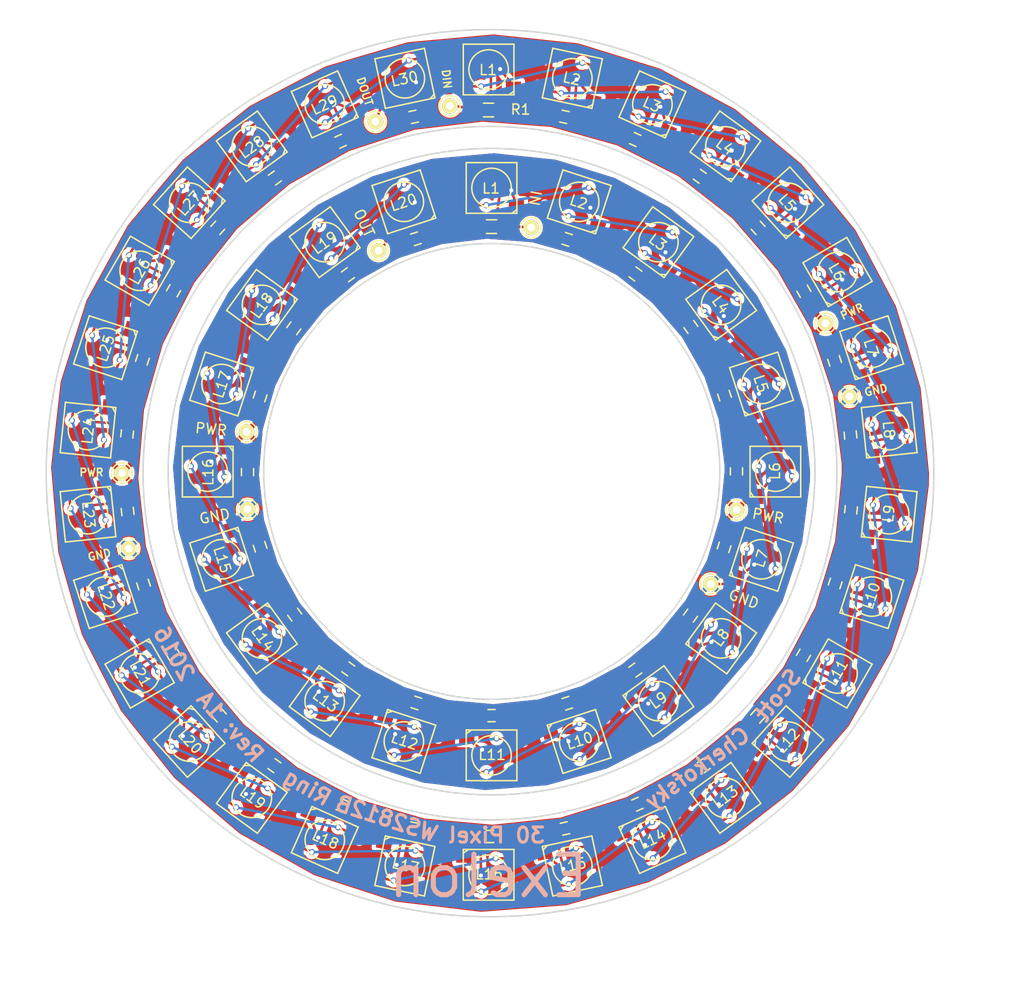
<source format=kicad_pcb>
(kicad_pcb (version 4) (host pcbnew 4.0.1-stable)
  (title_block (title "WS2812B LED Ring 30cnt") (rev A1) (company Exelon) (comment 1 "Author: Scott Cherkofsky"))
  (layers (0 F.Cu signal) (31 B.Cu signal) (34 B.Paste user) (35 F.Paste user) (36 B.SilkS user) (37 F.SilkS user) (38 B.Mask user) (39 F.Mask user) (44 Edge.Cuts user))
  (net 0 "")
  (net 1 GND)
  (net 2 "Net-(L1-Pad4)")
  (net 3 "Net-(L1-Pad2)")
  (net 4 "Net-(L2-Pad2)")
  (net 5 "Net-(L27-Pad2)")
  (net 6 "Net-(L10-Pad4)")
  (net 7 "Net-(L28-Pad2)")
  (net 8 "Net-(L29-Pad2)")
  (net 9 "Net-(L20-Pad2)")
  (net 10 "Net-(L10-Pad2)")
  (net 11 "Net-(L11-Pad2)")
  (net 12 "Net-(L12-Pad2)")
  (net 13 "Net-(L13-Pad2)")
  (net 14 "Net-(L14-Pad2)")
  (net 15 "Net-(L15-Pad2)")
  (net 16 "Net-(L16-Pad2)")
  (net 17 "Net-(L17-Pad2)")
  (net 18 "Net-(L18-Pad2)")
  (net 19 "Net-(L19-Pad2)")
  (net 20 "Net-(L21-Pad2)")
  (net 21 "Net-(L22-Pad2)")
  (net 22 "Net-(L23-Pad2)")
  (net 23 "Net-(L24-Pad2)")
  (net 24 "Net-(L25-Pad2)")
  (net 25 "Net-(L3-Pad2)")
  (net 26 "Net-(L4-Pad2)")
  (net 27 "Net-(L5-Pad2)")
  (net 28 "Net-(L6-Pad2)")
  (net 29 "Net-(L7-Pad2)")
  (net 30 "Net-(L8-Pad2)")
  (net 31 "Net-(L26-Pad2)")
  (net 32 +5V)
  (net 33 OUT_30Pixel)
  (net 34 IN_30Pixel)
  (net 35 OUT_20Pixel)
  (net 36 IN_20Pixel)
  (module Capacitors_SMD:C_0603_HandSoldering (layer F.Cu) (at 171.12 120.01 228)
    (fp_text reference C12 hide)
    (fp_text value 104 hide)
    (pad 1 smd rect (at -0.95 0 228) (size 1.2 0.75) (layers F.Cu F.Paste F.Mask) (net 32 +5V))
    (pad 2 smd rect (at 0.95 0 228) (size 1.2 0.75) (layers F.Cu F.Paste F.Mask) (net 1 GND))
  )
  (module Capacitors_SMD:C_0603_HandSoldering (layer F.Cu) (at 152.07 60.83 348)
    (fp_text reference C2 hide)
    (fp_text value 104 hide)
    (pad 1 smd rect (at -0.95 0 348) (size 1.2 0.75) (layers F.Cu F.Paste F.Mask) (net 32 +5V))
    (pad 2 smd rect (at 0.95 0 348) (size 1.2 0.75) (layers F.Cu F.Paste F.Mask) (net 1 GND))
  )
  (module Capacitors_SMD:C_0603_HandSoldering (layer F.Cu) (at 159.05 63.07 336)
    (fp_text reference C3 hide)
    (fp_text value 104 hide)
    (pad 1 smd rect (at -0.95 0 336) (size 1.2 0.75) (layers F.Cu F.Paste F.Mask) (net 32 +5V))
    (pad 2 smd rect (at 0.95 0 336) (size 1.2 0.75) (layers F.Cu F.Paste F.Mask) (net 1 GND))
  )
  (module Capacitors_SMD:C_0603_HandSoldering (layer F.Cu) (at 165.42 66.7 324)
    (fp_text reference C4 hide)
    (fp_text value 104 hide)
    (pad 1 smd rect (at -0.95 0 324) (size 1.2 0.75) (layers F.Cu F.Paste F.Mask) (net 32 +5V))
    (pad 2 smd rect (at 0.95 0 324) (size 1.2 0.75) (layers F.Cu F.Paste F.Mask) (net 1 GND))
  )
  (module Capacitors_SMD:C_0603_HandSoldering (layer F.Cu) (at 171.18 71.79 312)
    (fp_text reference C5 hide)
    (fp_text value 104 hide)
    (pad 1 smd rect (at -0.95 0 312) (size 1.2 0.75) (layers F.Cu F.Paste F.Mask) (net 32 +5V))
    (pad 2 smd rect (at 0.95 0 312) (size 1.2 0.75) (layers F.Cu F.Paste F.Mask) (net 1 GND))
  )
  (module Capacitors_SMD:C_0603_HandSoldering (layer F.Cu) (at 175.69 78.05 300)
    (fp_text reference C6 hide)
    (fp_text value 104 hide)
    (pad 1 smd rect (at -0.95 0 300) (size 1.2 0.75) (layers F.Cu F.Paste F.Mask) (net 32 +5V))
    (pad 2 smd rect (at 0.95 0 300) (size 1.2 0.75) (layers F.Cu F.Paste F.Mask) (net 1 GND))
  )
  (module Capacitors_SMD:C_0603_HandSoldering (layer F.Cu) (at 178.72 84.92 288)
    (fp_text reference C7 hide)
    (fp_text value 104 hide)
    (pad 1 smd rect (at -0.95 0 288) (size 1.2 0.75) (layers F.Cu F.Paste F.Mask) (net 32 +5V))
    (pad 2 smd rect (at 0.95 0 288) (size 1.2 0.75) (layers F.Cu F.Paste F.Mask) (net 1 GND))
  )
  (module Capacitors_SMD:C_0603_HandSoldering (layer F.Cu) (at 180.29 92.24 276)
    (fp_text reference C8 hide)
    (fp_text value 104 hide)
    (pad 1 smd rect (at -0.95 0 276) (size 1.2 0.75) (layers F.Cu F.Paste F.Mask) (net 32 +5V))
    (pad 2 smd rect (at 0.95 0 276) (size 1.2 0.75) (layers F.Cu F.Paste F.Mask) (net 1 GND))
  )
  (module Capacitors_SMD:C_0603_HandSoldering (layer F.Cu) (at 180.34 99.62 264)
    (fp_text reference C9 hide)
    (fp_text value 104 hide)
    (pad 1 smd rect (at -0.95 0 264) (size 1.2 0.75) (layers F.Cu F.Paste F.Mask) (net 32 +5V))
    (pad 2 smd rect (at 0.95 0 264) (size 1.2 0.75) (layers F.Cu F.Paste F.Mask) (net 1 GND))
  )
  (module Capacitors_SMD:C_0603_HandSoldering (layer F.Cu) (at 178.78 106.88 252)
    (fp_text reference C10 hide)
    (fp_text value 104 hide)
    (pad 1 smd rect (at -0.95 0 252) (size 1.2 0.75) (layers F.Cu F.Paste F.Mask) (net 32 +5V))
    (pad 2 smd rect (at 0.95 0 252) (size 1.2 0.75) (layers F.Cu F.Paste F.Mask) (net 1 GND))
  )
  (module Capacitors_SMD:C_0603_HandSoldering (layer F.Cu) (at 175.65 113.98 240)
    (fp_text reference C11 hide)
    (fp_text value 104 hide)
    (pad 1 smd rect (at -0.95 0 240) (size 1.2 0.75) (layers F.Cu F.Paste F.Mask) (net 32 +5V))
    (pad 2 smd rect (at 0.95 0 240) (size 1.2 0.75) (layers F.Cu F.Paste F.Mask) (net 1 GND))
  )
  (module Capacitors_SMD:C_0603_HandSoldering (layer F.Cu) (at 165.81 124.87 216)
    (fp_text reference C13 hide)
    (fp_text value 104 hide)
    (pad 1 smd rect (at -0.95 0 216) (size 1.2 0.75) (layers F.Cu F.Paste F.Mask) (net 32 +5V))
    (pad 2 smd rect (at 0.95 0 216) (size 1.2 0.75) (layers F.Cu F.Paste F.Mask) (net 1 GND))
  )
  (module Capacitors_SMD:C_0603_HandSoldering (layer F.Cu) (at 159.27 128.67 204)
    (fp_text reference C14 hide)
    (fp_text value 104 hide)
    (pad 1 smd rect (at -0.95 0 204) (size 1.2 0.75) (layers F.Cu F.Paste F.Mask) (net 32 +5V))
    (pad 2 smd rect (at 0.95 0 204) (size 1.2 0.75) (layers F.Cu F.Paste F.Mask) (net 1 GND))
  )
  (module Capacitors_SMD:C_0603_HandSoldering (layer F.Cu) (at 152.12 131.07 192)
    (fp_text reference C15 hide)
    (fp_text value 104 hide)
    (pad 1 smd rect (at -0.95 0 192) (size 1.2 0.75) (layers F.Cu F.Paste F.Mask) (net 32 +5V))
    (pad 2 smd rect (at 0.95 0 192) (size 1.2 0.75) (layers F.Cu F.Paste F.Mask) (net 1 GND))
  )
  (module Capacitors_SMD:C_0603_HandSoldering (layer F.Cu) (at 144.75 131.86 180)
    (fp_text reference C16 hide)
    (fp_text value 104 hide)
    (pad 1 smd rect (at -0.95 0 180) (size 1.2 0.75) (layers F.Cu F.Paste F.Mask) (net 32 +5V))
    (pad 2 smd rect (at 0.95 0 180) (size 1.2 0.75) (layers F.Cu F.Paste F.Mask) (net 1 GND))
  )
  (module Capacitors_SMD:C_0603_HandSoldering (layer F.Cu) (at 137.15 131.07 168)
    (fp_text reference C17 hide)
    (fp_text value 104 hide)
    (pad 1 smd rect (at -0.95 0 168) (size 1.2 0.75) (layers F.Cu F.Paste F.Mask) (net 32 +5V))
    (pad 2 smd rect (at 0.95 0 168) (size 1.2 0.75) (layers F.Cu F.Paste F.Mask) (net 1 GND))
  )
  (module Capacitors_SMD:C_0603_HandSoldering (layer F.Cu) (at 130.1 128.78 156)
    (fp_text reference C18 hide)
    (fp_text value 104 hide)
    (pad 1 smd rect (at -0.95 0 156) (size 1.2 0.75) (layers F.Cu F.Paste F.Mask) (net 32 +5V))
    (pad 2 smd rect (at 0.95 0 156) (size 1.2 0.75) (layers F.Cu F.Paste F.Mask) (net 1 GND))
  )
  (module Capacitors_SMD:C_0603_HandSoldering (layer F.Cu) (at 123.46 124.87 144)
    (fp_text reference C19 hide)
    (fp_text value 104 hide)
    (pad 1 smd rect (at -0.95 0 144) (size 1.2 0.75) (layers F.Cu F.Paste F.Mask) (net 32 +5V))
    (pad 2 smd rect (at 0.95 0 144) (size 1.2 0.75) (layers F.Cu F.Paste F.Mask) (net 1 GND))
  )
  (module Capacitors_SMD:C_0603_HandSoldering (layer F.Cu) (at 118.03 119.9 132)
    (fp_text reference C20 hide)
    (fp_text value 104 hide)
    (pad 1 smd rect (at -0.95 0 132) (size 1.2 0.75) (layers F.Cu F.Paste F.Mask) (net 32 +5V))
    (pad 2 smd rect (at 0.95 0 132) (size 1.2 0.75) (layers F.Cu F.Paste F.Mask) (net 1 GND))
  )
  (module Capacitors_SMD:C_0603_HandSoldering (layer F.Cu) (at 113.56 114.03 120)
    (fp_text reference C21 hide)
    (fp_text value 104 hide)
    (pad 1 smd rect (at -0.95 0 120) (size 1.2 0.75) (layers F.Cu F.Paste F.Mask) (net 32 +5V))
    (pad 2 smd rect (at 0.95 0 120) (size 1.2 0.75) (layers F.Cu F.Paste F.Mask) (net 1 GND))
  )
  (module Capacitors_SMD:C_0603_HandSoldering (layer F.Cu) (at 110.55 106.99 108)
    (fp_text reference C22 hide)
    (fp_text value 104 hide)
    (pad 1 smd rect (at -0.95 0 108) (size 1.2 0.75) (layers F.Cu F.Paste F.Mask) (net 32 +5V))
    (pad 2 smd rect (at 0.95 0 108) (size 1.2 0.75) (layers F.Cu F.Paste F.Mask) (net 1 GND))
  )
  (module Capacitors_SMD:C_0603_HandSoldering (layer F.Cu) (at 108.98 99.78 96)
    (fp_text reference C23 hide)
    (fp_text value 104 hide)
    (pad 1 smd rect (at -0.95 0 96) (size 1.2 0.75) (layers F.Cu F.Paste F.Mask) (net 32 +5V))
    (pad 2 smd rect (at 0.95 0 96) (size 1.2 0.75) (layers F.Cu F.Paste F.Mask) (net 1 GND))
  )
  (module Capacitors_SMD:C_0603_HandSoldering (layer F.Cu) (at 108.93 92.13 84)
    (fp_text reference C24 hide)
    (fp_text value 104 hide)
    (pad 1 smd rect (at -0.95 0 84) (size 1.2 0.75) (layers F.Cu F.Paste F.Mask) (net 32 +5V))
    (pad 2 smd rect (at 0.95 0 84) (size 1.2 0.75) (layers F.Cu F.Paste F.Mask) (net 1 GND))
  )
  (module Capacitors_SMD:C_0603_HandSoldering (layer F.Cu) (at 110.44 84.81 72)
    (fp_text reference C25 hide)
    (fp_text value 104 hide)
    (pad 1 smd rect (at -0.95 0 72) (size 1.2 0.75) (layers F.Cu F.Paste F.Mask) (net 32 +5V))
    (pad 2 smd rect (at 0.95 0 72) (size 1.2 0.75) (layers F.Cu F.Paste F.Mask) (net 1 GND))
  )
  (module Capacitors_SMD:C_0603_HandSoldering (layer F.Cu) (at 113.51 77.99 60)
    (fp_text reference C26 hide)
    (fp_text value 104 hide)
    (pad 1 smd rect (at -0.95 0 60) (size 1.2 0.75) (layers F.Cu F.Paste F.Mask) (net 32 +5V))
    (pad 2 smd rect (at 0.95 0 60) (size 1.2 0.75) (layers F.Cu F.Paste F.Mask) (net 1 GND))
  )
  (module Capacitors_SMD:C_0603_HandSoldering (layer F.Cu) (at 117.87 71.79 48)
    (fp_text reference C27 hide)
    (fp_text value 104 hide)
    (pad 1 smd rect (at -0.95 0 48) (size 1.2 0.75) (layers F.Cu F.Paste F.Mask) (net 32 +5V))
    (pad 2 smd rect (at 0.95 0 48) (size 1.2 0.75) (layers F.Cu F.Paste F.Mask) (net 1 GND))
  )
  (module Capacitors_SMD:C_0603_HandSoldering (layer F.Cu) (at 123.51 66.87 36)
    (fp_text reference C28 hide)
    (fp_text value 104 hide)
    (pad 1 smd rect (at -0.95 0 36) (size 1.2 0.75) (layers F.Cu F.Paste F.Mask) (net 32 +5V))
    (pad 2 smd rect (at 0.95 0 36) (size 1.2 0.75) (layers F.Cu F.Paste F.Mask) (net 1 GND))
  )
  (module Capacitors_SMD:C_0603_HandSoldering (layer F.Cu) (at 129.99 63.24 24)
    (fp_text reference C29 hide)
    (fp_text value 104 hide)
    (pad 1 smd rect (at -0.95 0 24) (size 1.2 0.75) (layers F.Cu F.Paste F.Mask) (net 32 +5V))
    (pad 2 smd rect (at 0.95 0 24) (size 1.2 0.75) (layers F.Cu F.Paste F.Mask) (net 1 GND))
  )
  (module Capacitors_SMD:C_0603_HandSoldering (layer F.Cu) (at 137.2 60.83 12)
    (fp_text reference C30 hide)
    (fp_text value 104 hide)
    (pad 1 smd rect (at -0.95 0 12) (size 1.2 0.75) (layers F.Cu F.Paste F.Mask) (net 32 +5V))
    (pad 2 smd rect (at 0.95 0 12) (size 1.2 0.75) (layers F.Cu F.Paste F.Mask) (net 1 GND))
  )
  (module ThroughHolePads:1pin_0.762drill (layer F.Cu) (at 108.41 95.99)
    (fp_text reference P1 hide)
    (fp_text value CONN_01X01 hide)
    (pad 1 thru_hole circle (at 0 0) (size 1.524 1.524) (drill 0.762) (layers *.Cu *.Mask F.SilkS) (net 32 +5V))
  )
  (module ThroughHolePads:1pin_0.762drill (layer F.Cu) (at 140.78 59.76)
    (fp_text reference P2 hide)
    (fp_text value CONN_01X01 hide)
    (pad 1 thru_hole circle (at 0 0) (size 1.524 1.524) (drill 0.762) (layers *.Cu *.Mask F.SilkS) (net 34 IN_30Pixel))
  )
  (module ThroughHolePads:1pin_0.762drill (layer F.Cu) (at 109.1 103.44)
    (fp_text reference P3 hide)
    (fp_text value CONN_01X01 hide)
    (pad 1 thru_hole circle (at 0 0) (size 1.524 1.524) (drill 0.762) (layers *.Cu *.Mask F.SilkS) (net 1 GND))
  )
  (module ThroughHolePads:1pin_0.762drill (layer F.Cu) (at 177.83 81.21)
    (fp_text reference P4 hide)
    (fp_text value CONN_01X01 hide)
    (pad 1 thru_hole circle (at 0 0) (size 1.524 1.524) (drill 0.762) (layers *.Cu *.Mask F.SilkS) (net 32 +5V))
  )
  (module ThroughHolePads:1pin_0.762drill (layer F.Cu) (at 180.2 88.43)
    (fp_text reference P5 hide)
    (fp_text value CONN_01X01 hide)
    (pad 1 thru_hole circle (at 0 0) (size 1.524 1.524) (drill 0.762) (layers *.Cu *.Mask F.SilkS) (net 1 GND))
  )
  (module ThroughHolePads:1pin_0.762drill (layer F.Cu) (at 133.43 61.3)
    (fp_text reference P6 hide)
    (fp_text value CONN_01X01 hide)
    (pad 1 thru_hole circle (at 0 0) (size 1.524 1.524) (drill 0.762) (layers *.Cu *.Mask F.SilkS) (net 33 OUT_30Pixel))
  )
  (module Resistors_SMD:R_0603_HandSoldering (layer F.Cu) (at 144.58 60.16)
    (fp_text reference R1 (at 3.16 -0.05) (layer F.SilkS))
    (fp_text value 471 hide)
    (pad 1 smd rect (at -1.1 0) (size 1.2 0.9) (layers F.Cu F.Paste F.Mask) (net 2 "Net-(L1-Pad4)"))
    (pad 2 smd rect (at 1.1 0) (size 1.2 0.9) (layers F.Cu F.Paste F.Mask) (net 34 IN_30Pixel))
  )
  (module NeoPixel:WS2812B (layer F.Cu) (at 136.33 57.03 12)
    (fp_text reference L30 (at -0.05 0.05 12) (layer F.SilkS))
    (fp_text value WS2812B hide)
    (pad 4 smd rect (at 2.45 -1.65 12) (size 1.5 0.9) (layers F.Cu F.Paste F.Mask) (net 8 "Net-(L29-Pad2)"))
    (pad 3 smd rect (at 2.45 1.65 12) (size 1.5 0.9) (layers F.Cu F.Paste F.Mask) (net 1 GND))
    (pad 1 smd rect (at -2.45 -1.65 12) (size 1.5 0.9) (layers F.Cu F.Paste F.Mask) (net 32 +5V))
    (pad 2 smd rect (at -2.45 1.65 12) (size 1.5 0.9) (layers F.Cu F.Paste F.Mask) (net 33 OUT_30Pixel))
  )
  (module NeoPixel:WS2812B (layer F.Cu) (at 128.43 59.6 24)
    (fp_text reference L29 (at -0.05 0.05 24) (layer F.SilkS))
    (fp_text value WS2812B hide)
    (pad 4 smd rect (at 2.45 -1.65 24) (size 1.5 0.9) (layers F.Cu F.Paste F.Mask) (net 7 "Net-(L28-Pad2)"))
    (pad 3 smd rect (at 2.45 1.65 24) (size 1.5 0.9) (layers F.Cu F.Paste F.Mask) (net 1 GND))
    (pad 1 smd rect (at -2.45 -1.65 24) (size 1.5 0.9) (layers F.Cu F.Paste F.Mask) (net 32 +5V))
    (pad 2 smd rect (at -2.45 1.65 24) (size 1.5 0.9) (layers F.Cu F.Paste F.Mask) (net 8 "Net-(L29-Pad2)"))
  )
  (module NeoPixel:WS2812B (layer F.Cu) (at 121.23 63.75 36)
    (fp_text reference L28 (at -0.05 0.05 36) (layer F.SilkS))
    (fp_text value WS2812B hide)
    (pad 4 smd rect (at 2.45 -1.65 36) (size 1.5 0.9) (layers F.Cu F.Paste F.Mask) (net 5 "Net-(L27-Pad2)"))
    (pad 3 smd rect (at 2.45 1.65 36) (size 1.5 0.9) (layers F.Cu F.Paste F.Mask) (net 1 GND))
    (pad 1 smd rect (at -2.45 -1.65 36) (size 1.5 0.9) (layers F.Cu F.Paste F.Mask) (net 32 +5V))
    (pad 2 smd rect (at -2.45 1.65 36) (size 1.5 0.9) (layers F.Cu F.Paste F.Mask) (net 7 "Net-(L28-Pad2)"))
  )
  (module NeoPixel:WS2812B (layer F.Cu) (at 115.06 69.31 48)
    (fp_text reference L27 (at -0.05 0.05 48) (layer F.SilkS))
    (fp_text value WS2812B hide)
    (pad 4 smd rect (at 2.45 -1.65 48) (size 1.5 0.9) (layers F.Cu F.Paste F.Mask) (net 31 "Net-(L26-Pad2)"))
    (pad 3 smd rect (at 2.45 1.65 48) (size 1.5 0.9) (layers F.Cu F.Paste F.Mask) (net 1 GND))
    (pad 1 smd rect (at -2.45 -1.65 48) (size 1.5 0.9) (layers F.Cu F.Paste F.Mask) (net 32 +5V))
    (pad 2 smd rect (at -2.45 1.65 48) (size 1.5 0.9) (layers F.Cu F.Paste F.Mask) (net 5 "Net-(L27-Pad2)"))
  )
  (module NeoPixel:WS2812B (layer F.Cu) (at 110.17 76.03 60)
    (fp_text reference L26 (at -0.05 0.05 60) (layer F.SilkS))
    (fp_text value WS2812B hide)
    (pad 4 smd rect (at 2.45 -1.65 60) (size 1.5 0.9) (layers F.Cu F.Paste F.Mask) (net 24 "Net-(L25-Pad2)"))
    (pad 3 smd rect (at 2.45 1.65 60) (size 1.5 0.9) (layers F.Cu F.Paste F.Mask) (net 1 GND))
    (pad 1 smd rect (at -2.45 -1.65 60) (size 1.5 0.9) (layers F.Cu F.Paste F.Mask) (net 32 +5V))
    (pad 2 smd rect (at -2.45 1.65 60) (size 1.5 0.9) (layers F.Cu F.Paste F.Mask) (net 31 "Net-(L26-Pad2)"))
  )
  (module NeoPixel:WS2812B (layer F.Cu) (at 106.8 83.62 72)
    (fp_text reference L25 (at -0.05 0.05 72) (layer F.SilkS))
    (fp_text value WS2812B hide)
    (pad 4 smd rect (at 2.45 -1.65 72) (size 1.5 0.9) (layers F.Cu F.Paste F.Mask) (net 23 "Net-(L24-Pad2)"))
    (pad 3 smd rect (at 2.45 1.65 72) (size 1.5 0.9) (layers F.Cu F.Paste F.Mask) (net 1 GND))
    (pad 1 smd rect (at -2.45 -1.65 72) (size 1.5 0.9) (layers F.Cu F.Paste F.Mask) (net 32 +5V))
    (pad 2 smd rect (at -2.45 1.65 72) (size 1.5 0.9) (layers F.Cu F.Paste F.Mask) (net 24 "Net-(L25-Pad2)"))
  )
  (module NeoPixel:WS2812B (layer F.Cu) (at 105.07 91.75 84)
    (fp_text reference L24 (at -0.05 0.05 84) (layer F.SilkS))
    (fp_text value WS2812B hide)
    (pad 4 smd rect (at 2.45 -1.65 84) (size 1.5 0.9) (layers F.Cu F.Paste F.Mask) (net 22 "Net-(L23-Pad2)"))
    (pad 3 smd rect (at 2.45 1.65 84) (size 1.5 0.9) (layers F.Cu F.Paste F.Mask) (net 1 GND))
    (pad 1 smd rect (at -2.45 -1.65 84) (size 1.5 0.9) (layers F.Cu F.Paste F.Mask) (net 32 +5V))
    (pad 2 smd rect (at -2.45 1.65 84) (size 1.5 0.9) (layers F.Cu F.Paste F.Mask) (net 23 "Net-(L24-Pad2)"))
  )
  (module NeoPixel:WS2812B (layer F.Cu) (at 105.07 100.05 96)
    (fp_text reference L23 (at -0.05 0.05 96) (layer F.SilkS))
    (fp_text value WS2812B hide)
    (pad 4 smd rect (at 2.45 -1.65 96) (size 1.5 0.9) (layers F.Cu F.Paste F.Mask) (net 21 "Net-(L22-Pad2)"))
    (pad 3 smd rect (at 2.45 1.65 96) (size 1.5 0.9) (layers F.Cu F.Paste F.Mask) (net 1 GND))
    (pad 1 smd rect (at -2.45 -1.65 96) (size 1.5 0.9) (layers F.Cu F.Paste F.Mask) (net 32 +5V))
    (pad 2 smd rect (at -2.45 1.65 96) (size 1.5 0.9) (layers F.Cu F.Paste F.Mask) (net 22 "Net-(L23-Pad2)"))
  )
  (module NeoPixel:WS2812B (layer F.Cu) (at 106.8 108.18 108)
    (fp_text reference L22 (at -0.05 0.05 108) (layer F.SilkS))
    (fp_text value WS2812B hide)
    (pad 4 smd rect (at 2.45 -1.65 108) (size 1.5 0.9) (layers F.Cu F.Paste F.Mask) (net 20 "Net-(L21-Pad2)"))
    (pad 3 smd rect (at 2.45 1.65 108) (size 1.5 0.9) (layers F.Cu F.Paste F.Mask) (net 1 GND))
    (pad 1 smd rect (at -2.45 -1.65 108) (size 1.5 0.9) (layers F.Cu F.Paste F.Mask) (net 32 +5V))
    (pad 2 smd rect (at -2.45 1.65 108) (size 1.5 0.9) (layers F.Cu F.Paste F.Mask) (net 21 "Net-(L22-Pad2)"))
  )
  (module NeoPixel:WS2812B (layer F.Cu) (at 110.17 115.77 120)
    (fp_text reference L21 (at -0.05 0.05 120) (layer F.SilkS))
    (fp_text value WS2812B hide)
    (pad 4 smd rect (at 2.45 -1.65 120) (size 1.5 0.9) (layers F.Cu F.Paste F.Mask) (net 9 "Net-(L20-Pad2)"))
    (pad 3 smd rect (at 2.45 1.65 120) (size 1.5 0.9) (layers F.Cu F.Paste F.Mask) (net 1 GND))
    (pad 1 smd rect (at -2.45 -1.65 120) (size 1.5 0.9) (layers F.Cu F.Paste F.Mask) (net 32 +5V))
    (pad 2 smd rect (at -2.45 1.65 120) (size 1.5 0.9) (layers F.Cu F.Paste F.Mask) (net 20 "Net-(L21-Pad2)"))
  )
  (module NeoPixel:WS2812B (layer F.Cu) (at 115.06 122.49 132)
    (fp_text reference L20 (at -0.05 0.05 132) (layer F.SilkS))
    (fp_text value WS2812B hide)
    (pad 4 smd rect (at 2.45 -1.65 132) (size 1.5 0.9) (layers F.Cu F.Paste F.Mask) (net 19 "Net-(L19-Pad2)"))
    (pad 3 smd rect (at 2.45 1.65 132) (size 1.5 0.9) (layers F.Cu F.Paste F.Mask) (net 1 GND))
    (pad 1 smd rect (at -2.45 -1.65 132) (size 1.5 0.9) (layers F.Cu F.Paste F.Mask) (net 32 +5V))
    (pad 2 smd rect (at -2.45 1.65 132) (size 1.5 0.9) (layers F.Cu F.Paste F.Mask) (net 9 "Net-(L20-Pad2)"))
  )
  (module NeoPixel:WS2812B (layer F.Cu) (at 121.23 128.05 144)
    (fp_text reference L19 (at -0.05 0.05 144) (layer F.SilkS))
    (fp_text value WS2812B hide)
    (pad 4 smd rect (at 2.45 -1.65 144) (size 1.5 0.9) (layers F.Cu F.Paste F.Mask) (net 18 "Net-(L18-Pad2)"))
    (pad 3 smd rect (at 2.45 1.65 144) (size 1.5 0.9) (layers F.Cu F.Paste F.Mask) (net 1 GND))
    (pad 1 smd rect (at -2.45 -1.65 144) (size 1.5 0.9) (layers F.Cu F.Paste F.Mask) (net 32 +5V))
    (pad 2 smd rect (at -2.45 1.65 144) (size 1.5 0.9) (layers F.Cu F.Paste F.Mask) (net 19 "Net-(L19-Pad2)"))
  )
  (module NeoPixel:WS2812B (layer F.Cu) (at 128.43 132.2 156)
    (fp_text reference L18 (at -0.05 0.05 156) (layer F.SilkS))
    (fp_text value WS2812B hide)
    (pad 4 smd rect (at 2.45 -1.65 156) (size 1.5 0.9) (layers F.Cu F.Paste F.Mask) (net 17 "Net-(L17-Pad2)"))
    (pad 3 smd rect (at 2.45 1.65 156) (size 1.5 0.9) (layers F.Cu F.Paste F.Mask) (net 1 GND))
    (pad 1 smd rect (at -2.45 -1.65 156) (size 1.5 0.9) (layers F.Cu F.Paste F.Mask) (net 32 +5V))
    (pad 2 smd rect (at -2.45 1.65 156) (size 1.5 0.9) (layers F.Cu F.Paste F.Mask) (net 18 "Net-(L18-Pad2)"))
  )
  (module NeoPixel:WS2812B (layer F.Cu) (at 136.33 134.77 168)
    (fp_text reference L17 (at -0.05 0.05 168) (layer F.SilkS))
    (fp_text value WS2812B hide)
    (pad 4 smd rect (at 2.45 -1.65 168) (size 1.5 0.9) (layers F.Cu F.Paste F.Mask) (net 16 "Net-(L16-Pad2)"))
    (pad 3 smd rect (at 2.45 1.65 168) (size 1.5 0.9) (layers F.Cu F.Paste F.Mask) (net 1 GND))
    (pad 1 smd rect (at -2.45 -1.65 168) (size 1.5 0.9) (layers F.Cu F.Paste F.Mask) (net 32 +5V))
    (pad 2 smd rect (at -2.45 1.65 168) (size 1.5 0.9) (layers F.Cu F.Paste F.Mask) (net 17 "Net-(L17-Pad2)"))
  )
  (module NeoPixel:WS2812B (layer F.Cu) (at 144.59 135.64 180)
    (fp_text reference L16 (at -0.05 0.05 180) (layer F.SilkS))
    (fp_text value WS2812B hide)
    (pad 4 smd rect (at 2.45 -1.65 180) (size 1.5 0.9) (layers F.Cu F.Paste F.Mask) (net 15 "Net-(L15-Pad2)"))
    (pad 3 smd rect (at 2.45 1.65 180) (size 1.5 0.9) (layers F.Cu F.Paste F.Mask) (net 1 GND))
    (pad 1 smd rect (at -2.45 -1.65 180) (size 1.5 0.9) (layers F.Cu F.Paste F.Mask) (net 32 +5V))
    (pad 2 smd rect (at -2.45 1.65 180) (size 1.5 0.9) (layers F.Cu F.Paste F.Mask) (net 16 "Net-(L16-Pad2)"))
  )
  (module NeoPixel:WS2812B (layer F.Cu) (at 152.85 134.77 192)
    (fp_text reference L15 (at -0.05 0.05 192) (layer F.SilkS))
    (fp_text value WS2812B hide)
    (pad 4 smd rect (at 2.45 -1.65 192) (size 1.5 0.9) (layers F.Cu F.Paste F.Mask) (net 14 "Net-(L14-Pad2)"))
    (pad 3 smd rect (at 2.45 1.65 192) (size 1.5 0.9) (layers F.Cu F.Paste F.Mask) (net 1 GND))
    (pad 1 smd rect (at -2.45 -1.65 192) (size 1.5 0.9) (layers F.Cu F.Paste F.Mask) (net 32 +5V))
    (pad 2 smd rect (at -2.45 1.65 192) (size 1.5 0.9) (layers F.Cu F.Paste F.Mask) (net 15 "Net-(L15-Pad2)"))
  )
  (module NeoPixel:WS2812B (layer F.Cu) (at 160.75 132.2 204)
    (fp_text reference L14 (at -0.05 0.05 204) (layer F.SilkS))
    (fp_text value WS2812B hide)
    (pad 4 smd rect (at 2.45 -1.65 204) (size 1.5 0.9) (layers F.Cu F.Paste F.Mask) (net 13 "Net-(L13-Pad2)"))
    (pad 3 smd rect (at 2.45 1.65 204) (size 1.5 0.9) (layers F.Cu F.Paste F.Mask) (net 1 GND))
    (pad 1 smd rect (at -2.45 -1.65 204) (size 1.5 0.9) (layers F.Cu F.Paste F.Mask) (net 32 +5V))
    (pad 2 smd rect (at -2.45 1.65 204) (size 1.5 0.9) (layers F.Cu F.Paste F.Mask) (net 14 "Net-(L14-Pad2)"))
  )
  (module NeoPixel:WS2812B (layer F.Cu) (at 174.12 122.49 228)
    (fp_text reference L12 (at -0.05 0.05 228) (layer F.SilkS))
    (fp_text value WS2812B hide)
    (pad 4 smd rect (at 2.45 -1.65 228) (size 1.5 0.9) (layers F.Cu F.Paste F.Mask) (net 11 "Net-(L11-Pad2)"))
    (pad 3 smd rect (at 2.45 1.65 228) (size 1.5 0.9) (layers F.Cu F.Paste F.Mask) (net 1 GND))
    (pad 1 smd rect (at -2.45 -1.65 228) (size 1.5 0.9) (layers F.Cu F.Paste F.Mask) (net 32 +5V))
    (pad 2 smd rect (at -2.45 1.65 228) (size 1.5 0.9) (layers F.Cu F.Paste F.Mask) (net 12 "Net-(L12-Pad2)"))
  )
  (module NeoPixel:WS2812B (layer F.Cu) (at 179.01 115.77 240)
    (fp_text reference L11 (at -0.05 0.05 240) (layer F.SilkS))
    (fp_text value WS2812B hide)
    (pad 4 smd rect (at 2.45 -1.65 240) (size 1.5 0.9) (layers F.Cu F.Paste F.Mask) (net 10 "Net-(L10-Pad2)"))
    (pad 3 smd rect (at 2.45 1.65 240) (size 1.5 0.9) (layers F.Cu F.Paste F.Mask) (net 1 GND))
    (pad 1 smd rect (at -2.45 -1.65 240) (size 1.5 0.9) (layers F.Cu F.Paste F.Mask) (net 32 +5V))
    (pad 2 smd rect (at -2.45 1.65 240) (size 1.5 0.9) (layers F.Cu F.Paste F.Mask) (net 11 "Net-(L11-Pad2)"))
  )
  (module NeoPixel:WS2812B (layer F.Cu) (at 182.39 108.18 252)
    (fp_text reference L10 (at -0.05 0.05 252) (layer F.SilkS))
    (fp_text value WS2812B hide)
    (pad 4 smd rect (at 2.45 -1.65 252) (size 1.5 0.9) (layers F.Cu F.Paste F.Mask) (net 6 "Net-(L10-Pad4)"))
    (pad 3 smd rect (at 2.45 1.65 252) (size 1.5 0.9) (layers F.Cu F.Paste F.Mask) (net 1 GND))
    (pad 1 smd rect (at -2.45 -1.65 252) (size 1.5 0.9) (layers F.Cu F.Paste F.Mask) (net 32 +5V))
    (pad 2 smd rect (at -2.45 1.65 252) (size 1.5 0.9) (layers F.Cu F.Paste F.Mask) (net 10 "Net-(L10-Pad2)"))
  )
  (module NeoPixel:WS2812B (layer F.Cu) (at 184.11 100.05 264)
    (fp_text reference L9 (at -0.05 0.05 264) (layer F.SilkS))
    (fp_text value WS2812B hide)
    (pad 4 smd rect (at 2.45 -1.65 264) (size 1.5 0.9) (layers F.Cu F.Paste F.Mask) (net 30 "Net-(L8-Pad2)"))
    (pad 3 smd rect (at 2.45 1.65 264) (size 1.5 0.9) (layers F.Cu F.Paste F.Mask) (net 1 GND))
    (pad 1 smd rect (at -2.45 -1.65 264) (size 1.5 0.9) (layers F.Cu F.Paste F.Mask) (net 32 +5V))
    (pad 2 smd rect (at -2.45 1.65 264) (size 1.5 0.9) (layers F.Cu F.Paste F.Mask) (net 6 "Net-(L10-Pad4)"))
  )
  (module NeoPixel:WS2812B (layer F.Cu) (at 184.11 91.75 276)
    (fp_text reference L8 (at -0.05 0.05 276) (layer F.SilkS))
    (fp_text value WS2812B hide)
    (pad 4 smd rect (at 2.45 -1.65 276) (size 1.5 0.9) (layers F.Cu F.Paste F.Mask) (net 29 "Net-(L7-Pad2)"))
    (pad 3 smd rect (at 2.45 1.65 276) (size 1.5 0.9) (layers F.Cu F.Paste F.Mask) (net 1 GND))
    (pad 1 smd rect (at -2.45 -1.65 276) (size 1.5 0.9) (layers F.Cu F.Paste F.Mask) (net 32 +5V))
    (pad 2 smd rect (at -2.45 1.65 276) (size 1.5 0.9) (layers F.Cu F.Paste F.Mask) (net 30 "Net-(L8-Pad2)"))
  )
  (module NeoPixel:WS2812B (layer F.Cu) (at 182.38 83.62 288)
    (fp_text reference L7 (at -0.05 0.05 288) (layer F.SilkS))
    (fp_text value WS2812B hide)
    (pad 4 smd rect (at 2.45 -1.65 288) (size 1.5 0.9) (layers F.Cu F.Paste F.Mask) (net 28 "Net-(L6-Pad2)"))
    (pad 3 smd rect (at 2.45 1.65 288) (size 1.5 0.9) (layers F.Cu F.Paste F.Mask) (net 1 GND))
    (pad 1 smd rect (at -2.45 -1.65 288) (size 1.5 0.9) (layers F.Cu F.Paste F.Mask) (net 32 +5V))
    (pad 2 smd rect (at -2.45 1.65 288) (size 1.5 0.9) (layers F.Cu F.Paste F.Mask) (net 29 "Net-(L7-Pad2)"))
  )
  (module NeoPixel:WS2812B (layer F.Cu) (at 174.12 69.31 312)
    (fp_text reference L5 (at -0.05 0.05 312) (layer F.SilkS))
    (fp_text value WS2812B hide)
    (pad 4 smd rect (at 2.45 -1.65 312) (size 1.5 0.9) (layers F.Cu F.Paste F.Mask) (net 26 "Net-(L4-Pad2)"))
    (pad 3 smd rect (at 2.45 1.65 312) (size 1.5 0.9) (layers F.Cu F.Paste F.Mask) (net 1 GND))
    (pad 1 smd rect (at -2.45 -1.65 312) (size 1.5 0.9) (layers F.Cu F.Paste F.Mask) (net 32 +5V))
    (pad 2 smd rect (at -2.45 1.65 312) (size 1.5 0.9) (layers F.Cu F.Paste F.Mask) (net 27 "Net-(L5-Pad2)"))
  )
  (module NeoPixel:WS2812B (layer F.Cu) (at 167.95 63.75 324)
    (fp_text reference L4 (at -0.05 0.05 324) (layer F.SilkS))
    (fp_text value WS2812B hide)
    (pad 4 smd rect (at 2.45 -1.65 324) (size 1.5 0.9) (layers F.Cu F.Paste F.Mask) (net 25 "Net-(L3-Pad2)"))
    (pad 3 smd rect (at 2.45 1.65 324) (size 1.5 0.9) (layers F.Cu F.Paste F.Mask) (net 1 GND))
    (pad 1 smd rect (at -2.45 -1.65 324) (size 1.5 0.9) (layers F.Cu F.Paste F.Mask) (net 32 +5V))
    (pad 2 smd rect (at -2.45 1.65 324) (size 1.5 0.9) (layers F.Cu F.Paste F.Mask) (net 26 "Net-(L4-Pad2)"))
  )
  (module NeoPixel:WS2812B (layer F.Cu) (at 160.75 59.6 336)
    (fp_text reference L3 (at -0.05 0.05 336) (layer F.SilkS))
    (fp_text value WS2812B hide)
    (pad 4 smd rect (at 2.45 -1.65 336) (size 1.5 0.9) (layers F.Cu F.Paste F.Mask) (net 4 "Net-(L2-Pad2)"))
    (pad 3 smd rect (at 2.45 1.65 336) (size 1.5 0.9) (layers F.Cu F.Paste F.Mask) (net 1 GND))
    (pad 1 smd rect (at -2.45 -1.65 336) (size 1.5 0.9) (layers F.Cu F.Paste F.Mask) (net 32 +5V))
    (pad 2 smd rect (at -2.45 1.65 336) (size 1.5 0.9) (layers F.Cu F.Paste F.Mask) (net 25 "Net-(L3-Pad2)"))
  )
  (module NeoPixel:WS2812B (layer F.Cu) (at 152.85 57.03 348)
    (fp_text reference L2 (at -0.05 0.05 348) (layer F.SilkS))
    (fp_text value WS2812B hide)
    (pad 4 smd rect (at 2.45 -1.65 348) (size 1.5 0.9) (layers F.Cu F.Paste F.Mask) (net 3 "Net-(L1-Pad2)"))
    (pad 3 smd rect (at 2.45 1.65 348) (size 1.5 0.9) (layers F.Cu F.Paste F.Mask) (net 1 GND))
    (pad 1 smd rect (at -2.45 -1.65 348) (size 1.5 0.9) (layers F.Cu F.Paste F.Mask) (net 32 +5V))
    (pad 2 smd rect (at -2.45 1.65 348) (size 1.5 0.9) (layers F.Cu F.Paste F.Mask) (net 4 "Net-(L2-Pad2)"))
  )
  (module NeoPixel:WS2812B (layer F.Cu) (at 167.95 128.05 216)
    (fp_text reference L13 (at -0.05 0.05 216) (layer F.SilkS))
    (fp_text value WS2812B hide)
    (pad 4 smd rect (at 2.45 -1.65 216) (size 1.5 0.9) (layers F.Cu F.Paste F.Mask) (net 12 "Net-(L12-Pad2)"))
    (pad 3 smd rect (at 2.45 1.65 216) (size 1.5 0.9) (layers F.Cu F.Paste F.Mask) (net 1 GND))
    (pad 1 smd rect (at -2.45 -1.65 216) (size 1.5 0.9) (layers F.Cu F.Paste F.Mask) (net 32 +5V))
    (pad 2 smd rect (at -2.45 1.65 216) (size 1.5 0.9) (layers F.Cu F.Paste F.Mask) (net 13 "Net-(L13-Pad2)"))
  )
  (module NeoPixel:WS2812B (layer F.Cu) (at 179.01 76.15 300)
    (fp_text reference L6 (at -0.05 0.05 300) (layer F.SilkS))
    (fp_text value WS2812B hide)
    (pad 4 smd rect (at 2.45 -1.65 300) (size 1.5 0.9) (layers F.Cu F.Paste F.Mask) (net 27 "Net-(L5-Pad2)"))
    (pad 3 smd rect (at 2.45 1.65 300) (size 1.5 0.9) (layers F.Cu F.Paste F.Mask) (net 1 GND))
    (pad 1 smd rect (at -2.45 -1.65 300) (size 1.5 0.9) (layers F.Cu F.Paste F.Mask) (net 32 +5V))
    (pad 2 smd rect (at -2.45 1.65 300) (size 1.5 0.9) (layers F.Cu F.Paste F.Mask) (net 28 "Net-(L6-Pad2)"))
  )
  (module NeoPixel:WS2812B (layer F.Cu) (at 144.59 56.16)
    (fp_text reference L1 (at -0.05 0.05) (layer F.SilkS))
    (fp_text value WS2812B hide)
    (pad 4 smd rect (at 2.45 -1.65) (size 1.5 0.9) (layers F.Cu F.Paste F.Mask) (net 2 "Net-(L1-Pad4)"))
    (pad 3 smd rect (at 2.45 1.65) (size 1.5 0.9) (layers F.Cu F.Paste F.Mask) (net 1 GND))
    (pad 1 smd rect (at -2.45 -1.65) (size 1.5 0.9) (layers F.Cu F.Paste F.Mask) (net 32 +5V))
    (pad 2 smd rect (at -2.45 1.65) (size 1.5 0.9) (layers F.Cu F.Paste F.Mask) (net 3 "Net-(L1-Pad2)"))
  )
  (module Capacitors_SMD:C_0603_HandSoldering (layer F.Cu) (at 152.34 72.93 342)
    (fp_text reference C1 hide)
    (fp_text value 104 hide)
    (pad 1 smd rect (at -0.95 0 342) (size 1.2 0.75) (layers F.Cu F.Paste F.Mask) (net 32 +5V))
    (pad 2 smd rect (at 0.95 0 342) (size 1.2 0.75) (layers F.Cu F.Paste F.Mask) (net 1 GND))
  )
  (module Capacitors_SMD:C_0603_HandSoldering (layer F.Cu) (at 159.07 76.34 324)
    (fp_text reference C2 hide)
    (fp_text value 104 hide)
    (pad 1 smd rect (at -0.95 0 324) (size 1.2 0.75) (layers F.Cu F.Paste F.Mask) (net 32 +5V))
    (pad 2 smd rect (at 0.95 0 324) (size 1.2 0.75) (layers F.Cu F.Paste F.Mask) (net 1 GND))
  )
  (module Capacitors_SMD:C_0603_HandSoldering (layer F.Cu) (at 164.54 81.57 306)
    (fp_text reference C3 hide)
    (fp_text value 104 hide)
    (pad 1 smd rect (at -0.95 0 306) (size 1.2 0.75) (layers F.Cu F.Paste F.Mask) (net 32 +5V))
    (pad 2 smd rect (at 0.95 0 306) (size 1.2 0.75) (layers F.Cu F.Paste F.Mask) (net 1 GND))
  )
  (module Capacitors_SMD:C_0603_HandSoldering (layer F.Cu) (at 167.86 88.35 288)
    (fp_text reference C4 hide)
    (fp_text value 104 hide)
    (pad 1 smd rect (at -0.95 0 288) (size 1.2 0.75) (layers F.Cu F.Paste F.Mask) (net 32 +5V))
    (pad 2 smd rect (at 0.95 0 288) (size 1.2 0.75) (layers F.Cu F.Paste F.Mask) (net 1 GND))
  )
  (module Capacitors_SMD:C_0603_HandSoldering (layer F.Cu) (at 169.04 95.82 270)
    (fp_text reference C5 hide)
    (fp_text value 104 hide)
    (pad 1 smd rect (at -0.95 0 270) (size 1.2 0.75) (layers F.Cu F.Paste F.Mask) (net 32 +5V))
    (pad 2 smd rect (at 0.95 0 270) (size 1.2 0.75) (layers F.Cu F.Paste F.Mask) (net 1 GND))
  )
  (module Capacitors_SMD:C_0603_HandSoldering (layer F.Cu) (at 167.82 103.32 252)
    (fp_text reference C6 hide)
    (fp_text value 104 hide)
    (pad 1 smd rect (at -0.95 0 252) (size 1.2 0.75) (layers F.Cu F.Paste F.Mask) (net 32 +5V))
    (pad 2 smd rect (at 0.95 0 252) (size 1.2 0.75) (layers F.Cu F.Paste F.Mask) (net 1 GND))
  )
  (module Capacitors_SMD:C_0603_HandSoldering (layer F.Cu) (at 164.51 110.06 234)
    (fp_text reference C7 hide)
    (fp_text value 104 hide)
    (pad 1 smd rect (at -0.95 0 234) (size 1.2 0.75) (layers F.Cu F.Paste F.Mask) (net 32 +5V))
    (pad 2 smd rect (at 0.95 0 234) (size 1.2 0.75) (layers F.Cu F.Paste F.Mask) (net 1 GND))
  )
  (module Capacitors_SMD:C_0603_HandSoldering (layer F.Cu) (at 159.06 115.44 216)
    (fp_text reference C8 hide)
    (fp_text value 104 hide)
    (pad 1 smd rect (at -0.95 0 216) (size 1.2 0.75) (layers F.Cu F.Paste F.Mask) (net 32 +5V))
    (pad 2 smd rect (at 0.95 0 216) (size 1.2 0.75) (layers F.Cu F.Paste F.Mask) (net 1 GND))
  )
  (module Capacitors_SMD:C_0603_HandSoldering (layer F.Cu) (at 152.35 118.71 198)
    (fp_text reference C9 hide)
    (fp_text value 104 hide)
    (pad 1 smd rect (at -0.95 0 198) (size 1.2 0.75) (layers F.Cu F.Paste F.Mask) (net 32 +5V))
    (pad 2 smd rect (at 0.95 0 198) (size 1.2 0.75) (layers F.Cu F.Paste F.Mask) (net 1 GND))
  )
  (module Capacitors_SMD:C_0603_HandSoldering (layer F.Cu) (at 144.88 119.93 180)
    (fp_text reference C10 hide)
    (fp_text value 104 hide)
    (pad 1 smd rect (at -0.95 0 180) (size 1.2 0.75) (layers F.Cu F.Paste F.Mask) (net 32 +5V))
    (pad 2 smd rect (at 0.95 0 180) (size 1.2 0.75) (layers F.Cu F.Paste F.Mask) (net 1 GND))
  )
  (module Capacitors_SMD:C_0603_HandSoldering (layer F.Cu) (at 137.46 118.68 162)
    (fp_text reference C11 hide)
    (fp_text value 104 hide)
    (pad 1 smd rect (at -0.95 0 162) (size 1.2 0.75) (layers F.Cu F.Paste F.Mask) (net 32 +5V))
    (pad 2 smd rect (at 0.95 0 162) (size 1.2 0.75) (layers F.Cu F.Paste F.Mask) (net 1 GND))
  )
  (module Capacitors_SMD:C_0603_HandSoldering (layer F.Cu) (at 130.75 115.32 144)
    (fp_text reference C12 hide)
    (fp_text value 104 hide)
    (pad 1 smd rect (at -0.95 0 144) (size 1.2 0.75) (layers F.Cu F.Paste F.Mask) (net 32 +5V))
    (pad 2 smd rect (at 0.95 0 144) (size 1.2 0.75) (layers F.Cu F.Paste F.Mask) (net 1 GND))
  )
  (module Capacitors_SMD:C_0603_HandSoldering (layer F.Cu) (at 125.46 109.96 126)
    (fp_text reference C13 hide)
    (fp_text value 104 hide)
    (pad 1 smd rect (at -0.95 0 126) (size 1.2 0.75) (layers F.Cu F.Paste F.Mask) (net 32 +5V))
    (pad 2 smd rect (at 0.95 0 126) (size 1.2 0.75) (layers F.Cu F.Paste F.Mask) (net 1 GND))
  )
  (module Capacitors_SMD:C_0603_HandSoldering (layer F.Cu) (at 122.05 103.27 108)
    (fp_text reference C14 hide)
    (fp_text value 104 hide)
    (pad 1 smd rect (at -0.95 0 108) (size 1.2 0.75) (layers F.Cu F.Paste F.Mask) (net 32 +5V))
    (pad 2 smd rect (at 0.95 0 108) (size 1.2 0.75) (layers F.Cu F.Paste F.Mask) (net 1 GND))
  )
  (module Capacitors_SMD:C_0603_HandSoldering (layer F.Cu) (at 120.81 95.89 90)
    (fp_text reference C15 hide)
    (fp_text value 104 hide)
    (pad 1 smd rect (at -0.95 0 90) (size 1.2 0.75) (layers F.Cu F.Paste F.Mask) (net 32 +5V))
    (pad 2 smd rect (at 0.95 0 90) (size 1.2 0.75) (layers F.Cu F.Paste F.Mask) (net 1 GND))
  )
  (module Capacitors_SMD:C_0603_HandSoldering (layer F.Cu) (at 122.05 88.43 72)
    (fp_text reference C16 hide)
    (fp_text value 104 hide)
    (pad 1 smd rect (at -0.95 0 72) (size 1.2 0.75) (layers F.Cu F.Paste F.Mask) (net 32 +5V))
    (pad 2 smd rect (at 0.95 0 72) (size 1.2 0.75) (layers F.Cu F.Paste F.Mask) (net 1 GND))
  )
  (module Capacitors_SMD:C_0603_HandSoldering (layer F.Cu) (at 125.37 81.7 54)
    (fp_text reference C17 hide)
    (fp_text value 104 hide)
    (pad 1 smd rect (at -0.95 0 54) (size 1.2 0.75) (layers F.Cu F.Paste F.Mask) (net 32 +5V))
    (pad 2 smd rect (at 0.95 0 54) (size 1.2 0.75) (layers F.Cu F.Paste F.Mask) (net 1 GND))
  )
  (module Capacitors_SMD:C_0603_HandSoldering (layer F.Cu) (at 130.71 76.42 36)
    (fp_text reference C18 hide)
    (fp_text value 104 hide)
    (pad 1 smd rect (at -0.95 0 36) (size 1.2 0.75) (layers F.Cu F.Paste F.Mask) (net 32 +5V))
    (pad 2 smd rect (at 0.95 0 36) (size 1.2 0.75) (layers F.Cu F.Paste F.Mask) (net 1 GND))
  )
  (module Capacitors_SMD:C_0603_HandSoldering (layer F.Cu) (at 137.42 72.87 18)
    (fp_text reference C19 hide)
    (fp_text value 104 hide)
    (pad 1 smd rect (at -0.95 0 18) (size 1.2 0.75) (layers F.Cu F.Paste F.Mask) (net 32 +5V))
    (pad 2 smd rect (at 0.95 0 18) (size 1.2 0.75) (layers F.Cu F.Paste F.Mask) (net 1 GND))
  )
  (module ThroughHolePads:1pin_0.762drill (layer F.Cu) (at 148.79 71.75)
    (fp_text reference P1 hide)
    (fp_text value CONN_01X01 hide)
    (pad 1 thru_hole circle (at 0 0) (size 1.524 1.524) (drill 0.762) (layers *.Cu *.Mask F.SilkS) (net 36 IN_20Pixel))
  )
  (module ThroughHolePads:1pin_0.762drill (layer F.Cu) (at 120.81 99.56)
    (fp_text reference P2 hide)
    (fp_text value CONN_01X01 hide)
    (pad 1 thru_hole circle (at 0 0) (size 1.524 1.524) (drill 0.762) (layers *.Cu *.Mask F.SilkS) (net 1 GND))
  )
  (module ThroughHolePads:1pin_0.762drill (layer F.Cu) (at 120.72 91.92)
    (fp_text reference P3 hide)
    (fp_text value CONN_01X01 hide)
    (pad 1 thru_hole circle (at 0 0) (size 1.524 1.524) (drill 0.762) (layers *.Cu *.Mask F.SilkS) (net 32 +5V))
  )
  (module ThroughHolePads:1pin_0.762drill (layer F.Cu) (at 133.73 74.04)
    (fp_text reference P4 hide)
    (fp_text value CONN_01X01 hide)
    (pad 1 thru_hole circle (at 0 0) (size 1.524 1.524) (drill 0.762) (layers *.Cu *.Mask F.SilkS) (net 35 OUT_20Pixel))
  )
  (module ThroughHolePads:1pin_0.762drill (layer F.Cu) (at 166.5 106.94)
    (fp_text reference P5 hide)
    (fp_text value CONN_01X01 hide)
    (pad 1 thru_hole circle (at 0 0) (size 1.524 1.524) (drill 0.762) (layers *.Cu *.Mask F.SilkS) (net 1 GND))
  )
  (module ThroughHolePads:1pin_0.762drill (layer F.Cu) (at 169.04 99.63)
    (fp_text reference P6 hide)
    (fp_text value CONN_01X01 hide)
    (pad 1 thru_hole circle (at 0 0) (size 1.524 1.524) (drill 0.762) (layers *.Cu *.Mask F.SilkS) (net 32 +5V))
  )
  (module Resistors_SMD:R_0603_HandSoldering (layer F.Cu) (at 144.88 71.67)
    (fp_text reference R1 hide)
    (fp_text value 471 hide)
    (pad 1 smd rect (at -1.1 0) (size 1.2 0.9) (layers F.Cu F.Paste F.Mask) (net 2 "Net-(L1-Pad4)"))
    (pad 2 smd rect (at 1.1 0) (size 1.2 0.9) (layers F.Cu F.Paste F.Mask) (net 36 IN_20Pixel))
  )
  (module NeoPixel:WS2812B (layer F.Cu) (at 136.23 69.22 18)
    (fp_text reference L20 (at -0.05 0.05 18) (layer F.SilkS))
    (fp_text value WS2812B hide)
    (pad 4 smd rect (at 2.45 -1.65 18) (size 1.5 0.9) (layers F.Cu F.Paste F.Mask) (net 19 "Net-(L19-Pad2)"))
    (pad 3 smd rect (at 2.45 1.65 18) (size 1.5 0.9) (layers F.Cu F.Paste F.Mask) (net 1 GND))
    (pad 1 smd rect (at -2.45 -1.65 18) (size 1.5 0.9) (layers F.Cu F.Paste F.Mask) (net 32 +5V))
    (pad 2 smd rect (at -2.45 1.65 18) (size 1.5 0.9) (layers F.Cu F.Paste F.Mask) (net 35 OUT_20Pixel))
  )
  (module NeoPixel:WS2812B (layer F.Cu) (at 128.42 73.2 36)
    (fp_text reference L19 (at -0.05 0.05 36) (layer F.SilkS))
    (fp_text value WS2812B hide)
    (pad 4 smd rect (at 2.45 -1.65 36) (size 1.5 0.9) (layers F.Cu F.Paste F.Mask) (net 18 "Net-(L18-Pad2)"))
    (pad 3 smd rect (at 2.45 1.65 36) (size 1.5 0.9) (layers F.Cu F.Paste F.Mask) (net 1 GND))
    (pad 1 smd rect (at -2.45 -1.65 36) (size 1.5 0.9) (layers F.Cu F.Paste F.Mask) (net 32 +5V))
    (pad 2 smd rect (at -2.45 1.65 36) (size 1.5 0.9) (layers F.Cu F.Paste F.Mask) (net 19 "Net-(L19-Pad2)"))
  )
  (module NeoPixel:WS2812B (layer F.Cu) (at 122.23 79.39 54)
    (fp_text reference L18 (at -0.05 0.05 54) (layer F.SilkS))
    (fp_text value WS2812B hide)
    (pad 4 smd rect (at 2.45 -1.65 54) (size 1.5 0.9) (layers F.Cu F.Paste F.Mask) (net 17 "Net-(L17-Pad2)"))
    (pad 3 smd rect (at 2.45 1.65 54) (size 1.5 0.9) (layers F.Cu F.Paste F.Mask) (net 1 GND))
    (pad 1 smd rect (at -2.45 -1.65 54) (size 1.5 0.9) (layers F.Cu F.Paste F.Mask) (net 32 +5V))
    (pad 2 smd rect (at -2.45 1.65 54) (size 1.5 0.9) (layers F.Cu F.Paste F.Mask) (net 18 "Net-(L18-Pad2)"))
  )
  (module NeoPixel:WS2812B (layer F.Cu) (at 118.25 87.2 72)
    (fp_text reference L17 (at -0.05 0.05 72) (layer F.SilkS))
    (fp_text value WS2812B hide)
    (pad 4 smd rect (at 2.45 -1.65 72) (size 1.5 0.9) (layers F.Cu F.Paste F.Mask) (net 16 "Net-(L16-Pad2)"))
    (pad 3 smd rect (at 2.45 1.65 72) (size 1.5 0.9) (layers F.Cu F.Paste F.Mask) (net 1 GND))
    (pad 1 smd rect (at -2.45 -1.65 72) (size 1.5 0.9) (layers F.Cu F.Paste F.Mask) (net 32 +5V))
    (pad 2 smd rect (at -2.45 1.65 72) (size 1.5 0.9) (layers F.Cu F.Paste F.Mask) (net 17 "Net-(L17-Pad2)"))
  )
  (module NeoPixel:WS2812B (layer F.Cu) (at 116.88 95.85 90)
    (fp_text reference L16 (at -0.05 0.05 90) (layer F.SilkS))
    (fp_text value WS2812B hide)
    (pad 4 smd rect (at 2.45 -1.65 90) (size 1.5 0.9) (layers F.Cu F.Paste F.Mask) (net 15 "Net-(L15-Pad2)"))
    (pad 3 smd rect (at 2.45 1.65 90) (size 1.5 0.9) (layers F.Cu F.Paste F.Mask) (net 1 GND))
    (pad 1 smd rect (at -2.45 -1.65 90) (size 1.5 0.9) (layers F.Cu F.Paste F.Mask) (net 32 +5V))
    (pad 2 smd rect (at -2.45 1.65 90) (size 1.5 0.9) (layers F.Cu F.Paste F.Mask) (net 16 "Net-(L16-Pad2)"))
  )
  (module NeoPixel:WS2812B (layer F.Cu) (at 118.25 104.5 108)
    (fp_text reference L15 (at -0.05 0.05 108) (layer F.SilkS))
    (fp_text value WS2812B hide)
    (pad 4 smd rect (at 2.45 -1.65 108) (size 1.5 0.9) (layers F.Cu F.Paste F.Mask) (net 14 "Net-(L14-Pad2)"))
    (pad 3 smd rect (at 2.45 1.65 108) (size 1.5 0.9) (layers F.Cu F.Paste F.Mask) (net 1 GND))
    (pad 1 smd rect (at -2.45 -1.65 108) (size 1.5 0.9) (layers F.Cu F.Paste F.Mask) (net 32 +5V))
    (pad 2 smd rect (at -2.45 1.65 108) (size 1.5 0.9) (layers F.Cu F.Paste F.Mask) (net 15 "Net-(L15-Pad2)"))
  )
  (module NeoPixel:WS2812B (layer F.Cu) (at 122.23 112.31 126)
    (fp_text reference L14 (at -0.05 0.05 126) (layer F.SilkS))
    (fp_text value WS2812B hide)
    (pad 4 smd rect (at 2.45 -1.65 126) (size 1.5 0.9) (layers F.Cu F.Paste F.Mask) (net 13 "Net-(L13-Pad2)"))
    (pad 3 smd rect (at 2.45 1.65 126) (size 1.5 0.9) (layers F.Cu F.Paste F.Mask) (net 1 GND))
    (pad 1 smd rect (at -2.45 -1.65 126) (size 1.5 0.9) (layers F.Cu F.Paste F.Mask) (net 32 +5V))
    (pad 2 smd rect (at -2.45 1.65 126) (size 1.5 0.9) (layers F.Cu F.Paste F.Mask) (net 14 "Net-(L14-Pad2)"))
  )
  (module NeoPixel:WS2812B (layer F.Cu) (at 128.42 118.5 144)
    (fp_text reference L13 (at -0.05 0.05 144) (layer F.SilkS))
    (fp_text value WS2812B hide)
    (pad 4 smd rect (at 2.45 -1.65 144) (size 1.5 0.9) (layers F.Cu F.Paste F.Mask) (net 12 "Net-(L12-Pad2)"))
    (pad 3 smd rect (at 2.45 1.65 144) (size 1.5 0.9) (layers F.Cu F.Paste F.Mask) (net 1 GND))
    (pad 1 smd rect (at -2.45 -1.65 144) (size 1.5 0.9) (layers F.Cu F.Paste F.Mask) (net 32 +5V))
    (pad 2 smd rect (at -2.45 1.65 144) (size 1.5 0.9) (layers F.Cu F.Paste F.Mask) (net 13 "Net-(L13-Pad2)"))
  )
  (module NeoPixel:WS2812B (layer F.Cu) (at 136.23 122.48 162)
    (fp_text reference L12 (at -0.05 0.05 162) (layer F.SilkS))
    (fp_text value WS2812B hide)
    (pad 4 smd rect (at 2.45 -1.65 162) (size 1.5 0.9) (layers F.Cu F.Paste F.Mask) (net 11 "Net-(L11-Pad2)"))
    (pad 3 smd rect (at 2.45 1.65 162) (size 1.5 0.9) (layers F.Cu F.Paste F.Mask) (net 1 GND))
    (pad 1 smd rect (at -2.45 -1.65 162) (size 1.5 0.9) (layers F.Cu F.Paste F.Mask) (net 32 +5V))
    (pad 2 smd rect (at -2.45 1.65 162) (size 1.5 0.9) (layers F.Cu F.Paste F.Mask) (net 12 "Net-(L12-Pad2)"))
  )
  (module NeoPixel:WS2812B (layer F.Cu) (at 144.88 123.85 180)
    (fp_text reference L11 (at -0.05 0.05 180) (layer F.SilkS))
    (fp_text value WS2812B hide)
    (pad 4 smd rect (at 2.45 -1.65 180) (size 1.5 0.9) (layers F.Cu F.Paste F.Mask) (net 10 "Net-(L10-Pad2)"))
    (pad 3 smd rect (at 2.45 1.65 180) (size 1.5 0.9) (layers F.Cu F.Paste F.Mask) (net 1 GND))
    (pad 1 smd rect (at -2.45 -1.65 180) (size 1.5 0.9) (layers F.Cu F.Paste F.Mask) (net 32 +5V))
    (pad 2 smd rect (at -2.45 1.65 180) (size 1.5 0.9) (layers F.Cu F.Paste F.Mask) (net 11 "Net-(L11-Pad2)"))
  )
  (module NeoPixel:WS2812B (layer F.Cu) (at 153.53 122.48 198)
    (fp_text reference L10 (at -0.05 0.05 198) (layer F.SilkS))
    (fp_text value WS2812B hide)
    (pad 4 smd rect (at 2.45 -1.65 198) (size 1.5 0.9) (layers F.Cu F.Paste F.Mask) (net 6 "Net-(L10-Pad4)"))
    (pad 3 smd rect (at 2.45 1.65 198) (size 1.5 0.9) (layers F.Cu F.Paste F.Mask) (net 1 GND))
    (pad 1 smd rect (at -2.45 -1.65 198) (size 1.5 0.9) (layers F.Cu F.Paste F.Mask) (net 32 +5V))
    (pad 2 smd rect (at -2.45 1.65 198) (size 1.5 0.9) (layers F.Cu F.Paste F.Mask) (net 10 "Net-(L10-Pad2)"))
  )
  (module NeoPixel:WS2812B (layer F.Cu) (at 161.34 118.5 216)
    (fp_text reference L9 (at -0.05 0.05 216) (layer F.SilkS))
    (fp_text value WS2812B hide)
    (pad 4 smd rect (at 2.45 -1.65 216) (size 1.5 0.9) (layers F.Cu F.Paste F.Mask) (net 30 "Net-(L8-Pad2)"))
    (pad 3 smd rect (at 2.45 1.65 216) (size 1.5 0.9) (layers F.Cu F.Paste F.Mask) (net 1 GND))
    (pad 1 smd rect (at -2.45 -1.65 216) (size 1.5 0.9) (layers F.Cu F.Paste F.Mask) (net 32 +5V))
    (pad 2 smd rect (at -2.45 1.65 216) (size 1.5 0.9) (layers F.Cu F.Paste F.Mask) (net 6 "Net-(L10-Pad4)"))
  )
  (module NeoPixel:WS2812B (layer F.Cu) (at 167.53 112.31 234)
    (fp_text reference L8 (at -0.05 0.05 234) (layer F.SilkS))
    (fp_text value WS2812B hide)
    (pad 4 smd rect (at 2.45 -1.65 234) (size 1.5 0.9) (layers F.Cu F.Paste F.Mask) (net 29 "Net-(L7-Pad2)"))
    (pad 3 smd rect (at 2.45 1.65 234) (size 1.5 0.9) (layers F.Cu F.Paste F.Mask) (net 1 GND))
    (pad 1 smd rect (at -2.45 -1.65 234) (size 1.5 0.9) (layers F.Cu F.Paste F.Mask) (net 32 +5V))
    (pad 2 smd rect (at -2.45 1.65 234) (size 1.5 0.9) (layers F.Cu F.Paste F.Mask) (net 30 "Net-(L8-Pad2)"))
  )
  (module NeoPixel:WS2812B (layer F.Cu) (at 171.51 104.5 252)
    (fp_text reference L7 (at -0.05 0.05 252) (layer F.SilkS))
    (fp_text value WS2812B hide)
    (pad 4 smd rect (at 2.45 -1.65 252) (size 1.5 0.9) (layers F.Cu F.Paste F.Mask) (net 28 "Net-(L6-Pad2)"))
    (pad 3 smd rect (at 2.45 1.65 252) (size 1.5 0.9) (layers F.Cu F.Paste F.Mask) (net 1 GND))
    (pad 1 smd rect (at -2.45 -1.65 252) (size 1.5 0.9) (layers F.Cu F.Paste F.Mask) (net 32 +5V))
    (pad 2 smd rect (at -2.45 1.65 252) (size 1.5 0.9) (layers F.Cu F.Paste F.Mask) (net 29 "Net-(L7-Pad2)"))
  )
  (module NeoPixel:WS2812B (layer F.Cu) (at 172.88 95.85 270)
    (fp_text reference L6 (at -0.05 0.05 270) (layer F.SilkS))
    (fp_text value WS2812B hide)
    (pad 4 smd rect (at 2.45 -1.65 270) (size 1.5 0.9) (layers F.Cu F.Paste F.Mask) (net 27 "Net-(L5-Pad2)"))
    (pad 3 smd rect (at 2.45 1.65 270) (size 1.5 0.9) (layers F.Cu F.Paste F.Mask) (net 1 GND))
    (pad 1 smd rect (at -2.45 -1.65 270) (size 1.5 0.9) (layers F.Cu F.Paste F.Mask) (net 32 +5V))
    (pad 2 smd rect (at -2.45 1.65 270) (size 1.5 0.9) (layers F.Cu F.Paste F.Mask) (net 28 "Net-(L6-Pad2)"))
  )
  (module NeoPixel:WS2812B (layer F.Cu) (at 171.51 87.2 288)
    (fp_text reference L5 (at -0.05 0.05 288) (layer F.SilkS))
    (fp_text value WS2812B hide)
    (pad 4 smd rect (at 2.45 -1.65 288) (size 1.5 0.9) (layers F.Cu F.Paste F.Mask) (net 26 "Net-(L4-Pad2)"))
    (pad 3 smd rect (at 2.45 1.65 288) (size 1.5 0.9) (layers F.Cu F.Paste F.Mask) (net 1 GND))
    (pad 1 smd rect (at -2.45 -1.65 288) (size 1.5 0.9) (layers F.Cu F.Paste F.Mask) (net 32 +5V))
    (pad 2 smd rect (at -2.45 1.65 288) (size 1.5 0.9) (layers F.Cu F.Paste F.Mask) (net 27 "Net-(L5-Pad2)"))
  )
  (module NeoPixel:WS2812B (layer F.Cu) (at 167.53 79.39 306)
    (fp_text reference L4 (at -0.05 0.05 306) (layer F.SilkS))
    (fp_text value WS2812B hide)
    (pad 4 smd rect (at 2.45 -1.65 306) (size 1.5 0.9) (layers F.Cu F.Paste F.Mask) (net 25 "Net-(L3-Pad2)"))
    (pad 3 smd rect (at 2.45 1.65 306) (size 1.5 0.9) (layers F.Cu F.Paste F.Mask) (net 1 GND))
    (pad 1 smd rect (at -2.45 -1.65 306) (size 1.5 0.9) (layers F.Cu F.Paste F.Mask) (net 32 +5V))
    (pad 2 smd rect (at -2.45 1.65 306) (size 1.5 0.9) (layers F.Cu F.Paste F.Mask) (net 26 "Net-(L4-Pad2)"))
  )
  (module NeoPixel:WS2812B (layer F.Cu) (at 161.34 73.2 324)
    (fp_text reference L3 (at -0.05 0.05 324) (layer F.SilkS))
    (fp_text value WS2812B hide)
    (pad 4 smd rect (at 2.45 -1.65 324) (size 1.5 0.9) (layers F.Cu F.Paste F.Mask) (net 4 "Net-(L2-Pad2)"))
    (pad 3 smd rect (at 2.45 1.65 324) (size 1.5 0.9) (layers F.Cu F.Paste F.Mask) (net 1 GND))
    (pad 1 smd rect (at -2.45 -1.65 324) (size 1.5 0.9) (layers F.Cu F.Paste F.Mask) (net 32 +5V))
    (pad 2 smd rect (at -2.45 1.65 324) (size 1.5 0.9) (layers F.Cu F.Paste F.Mask) (net 25 "Net-(L3-Pad2)"))
  )
  (module NeoPixel:WS2812B (layer F.Cu) (at 153.53 69.22 342)
    (fp_text reference L2 (at -0.05 0.05 342) (layer F.SilkS))
    (fp_text value WS2812B hide)
    (pad 4 smd rect (at 2.45 -1.65 342) (size 1.5 0.9) (layers F.Cu F.Paste F.Mask) (net 3 "Net-(L1-Pad2)"))
    (pad 3 smd rect (at 2.45 1.65 342) (size 1.5 0.9) (layers F.Cu F.Paste F.Mask) (net 1 GND))
    (pad 1 smd rect (at -2.45 -1.65 342) (size 1.5 0.9) (layers F.Cu F.Paste F.Mask) (net 32 +5V))
    (pad 2 smd rect (at -2.45 1.65 342) (size 1.5 0.9) (layers F.Cu F.Paste F.Mask) (net 4 "Net-(L2-Pad2)"))
  )
  (module NeoPixel:WS2812B (layer F.Cu) (at 144.88 67.85)
    (fp_text reference L1 (at -0.05 0.05) (layer F.SilkS))
    (fp_text value WS2812B hide)
    (pad 4 smd rect (at 2.45 -1.65) (size 1.5 0.9) (layers F.Cu F.Paste F.Mask) (net 2 "Net-(L1-Pad4)"))
    (pad 3 smd rect (at 2.45 1.65) (size 1.5 0.9) (layers F.Cu F.Paste F.Mask) (net 1 GND))
    (pad 1 smd rect (at -2.45 -1.65) (size 1.5 0.9) (layers F.Cu F.Paste F.Mask) (net 32 +5V))
    (pad 2 smd rect (at -2.45 1.65) (size 1.5 0.9) (layers F.Cu F.Paste F.Mask) (net 3 "Net-(L1-Pad2)"))
  )
  (gr_text Exelon (at 144.57 135.78) (layer B.SilkS) (effects (font (size 4 4) (thickness 0.5)) (justify mirror)))
  (gr_text 2016 (at 113.55 113.79 300) (layer B.SilkS) (effects (font (size 1.5 1.5) (thickness 0.3)) (justify mirror)))
  (gr_text Cherkofsky (at 165.18 125.11 36) (layer B.SilkS) (effects (font (size 1.5 1.5) (thickness 0.3)) (justify mirror)))
  (gr_text Scott (at 173.14 117.91 52) (layer B.SilkS) (effects (font (size 1.5 1.5) (thickness 0.3)) (justify mirror)))
  (gr_text "Rev: 1A" (at 119.11 121.03 312) (layer B.SilkS) (effects (font (size 1.5 1.5) (thickness 0.3)) (justify mirror)))
  (gr_text Ring (at 126.7 127.01 330) (layer B.SilkS) (effects (font (size 1.5 1.5) (thickness 0.3)) (justify mirror)))
  (gr_text WS2812B (at 134.54 130.1 342) (layer B.SilkS) (effects (font (size 1.5 1.5) (thickness 0.3)) (justify mirror)))
  (gr_text "30 Pixel" (at 145.37 131.74) (layer B.SilkS) (effects (font (size 1.5 1.5) (thickness 0.3)) (justify mirror)))
  (gr_circle (center 144.73 96) (end 175.53 81.08) (layer Edge.Cuts) (width 0.15))
  (gr_circle (center 144.73 96) (end 182.73 74.26) (layer Edge.Cuts) (width 0.15))
  (gr_text DOUT (at 132.37 58.32 288) (layer F.SilkS) (effects (font (size 0.75 0.75))))
  (gr_text DIN (at 140.45 57.1 276) (layer F.SilkS) (effects (font (size 0.75 0.75))))
  (gr_text PWR (at 105.41 95.93) (layer F.SilkS) (effects (font (size 0.75 0.75))))
  (gr_text GND (at 106.19 104.08 12) (layer F.SilkS) (effects (font (size 0.75 0.75))))
  (gr_text GND (at 182.8 87.82 12) (layer F.SilkS) (effects (font (size 0.75 0.75))))
  (gr_text PWR (at 180.45 80.06 24) (layer F.SilkS) (effects (font (size 0.75 0.75))))
  (gr_circle (center 144.9 95.83) (end 161.88 110.59) (layer Edge.Cuts) (width 0.15))
  (gr_text GND (at 117.57 100.27 10) (layer F.SilkS) (effects (font (size 1 1))))
  (gr_text PWR (at 117.22 91.66 355) (layer F.SilkS) (effects (font (size 1 1))))
  (gr_text GND (at 169.76 108.43 340) (layer F.SilkS) (effects (font (size 1 1))))
  (gr_text PWR (at 172.16 100.23 350) (layer F.SilkS) (effects (font (size 1 1))))
  (gr_text IN (at 149.15 68.85 260) (layer F.SilkS) (effects (font (size 1 1))))
  (gr_text OUT (at 132.3 71.31 295) (layer F.SilkS) (effects (font (size 1 1))))
  (gr_circle (center 144.88 95.85) (end 164.18 70.45) (layer Edge.Cuts) (width 0.15))
  (segment (start 147.04 57.81) (end 145.73 56.12) (width 0.25) (layer F.Cu) (net 1))
  (via (at 145.73 56.12) (size 0.6) (drill 0.4) (layers F.Cu B.Cu) (net 1))
  (segment (start 138.12924 60.632484) (end 137.43 57.42) (width 0.25) (layer F.Cu) (net 1))
  (via (at 137.43 57.42) (size 0.6) (drill 0.4) (layers F.Cu B.Cu) (net 1))
  (segment (start 137.43 57.42) (end 139.069516 58.13456) (width 0.25) (layer F.Cu) (net 1))
  (segment (start 130.857868 62.8536) (end 129.1 59.38) (width 0.25) (layer F.Cu) (net 1))
  (via (at 129.1 59.38) (size 0.6) (drill 0.4) (layers F.Cu B.Cu) (net 1))
  (segment (start 129.1 59.38) (end 131.339302 60.110845) (width 0.25) (layer F.Cu) (net 1))
  (segment (start 124.278566 66.311604) (end 121.79 63.26) (width 0.25) (layer F.Cu) (net 1))
  (via (at 121.79 63.26) (size 0.6) (drill 0.4) (layers F.Cu B.Cu) (net 1))
  (segment (start 121.79 63.26) (end 124.181937 63.644804) (width 0.25) (layer F.Cu) (net 1))
  (segment (start 118.505674 71.084012) (end 115.6 68.59) (width 0.25) (layer F.Cu) (net 1))
  (via (at 115.6 68.59) (size 0.6) (drill 0.4) (layers F.Cu B.Cu) (net 1))
  (segment (start 115.6 68.59) (end 117.925559 68.593361) (width 0.25) (layer F.Cu) (net 1))
  (segment (start 113.985 77.167276) (end 110.46 75.26) (width 0.25) (layer F.Cu) (net 1))
  (via (at 110.46 75.26) (size 0.6) (drill 0.4) (layers F.Cu B.Cu) (net 1))
  (segment (start 110.46 75.26) (end 112.823942 74.733238) (width 0.25) (layer F.Cu) (net 1))
  (segment (start 110.733566 83.906496) (end 106.98 82.84) (width 0.25) (layer F.Cu) (net 1))
  (via (at 106.98 82.84) (size 0.6) (drill 0.4) (layers F.Cu B.Cu) (net 1))
  (segment (start 106.98 82.84) (end 109.126335 81.79979) (width 0.25) (layer F.Cu) (net 1))
  (segment (start 109.029302 91.185204) (end 105.07 90.9) (width 0.25) (layer F.Cu) (net 1))
  (via (at 105.07 90.9) (size 0.6) (drill 0.4) (layers F.Cu B.Cu) (net 1))
  (segment (start 105.07 90.9) (end 106.967056 89.485893) (width 0.25) (layer F.Cu) (net 1))
  (segment (start 108.880698 98.835204) (end 104.92 99.22) (width 0.25) (layer F.Cu) (net 1))
  (via (at 104.92 99.22) (size 0.6) (drill 0.4) (layers F.Cu B.Cu) (net 1))
  (segment (start 104.92 99.22) (end 106.454866 97.440949) (width 0.25) (layer F.Cu) (net 1))
  (segment (start 110.256434 106.086496) (end 106.46 107.33) (width 0.25) (layer F.Cu) (net 1))
  (via (at 106.46 107.33) (size 0.6) (drill 0.4) (layers F.Cu B.Cu) (net 1))
  (segment (start 106.46 107.33) (end 107.612152 105.340033) (width 0.25) (layer F.Cu) (net 1))
  (segment (start 113.085 113.207276) (end 109.69 115.18) (width 0.25) (layer F.Cu) (net 1))
  (via (at 109.69 115.18) (size 0.6) (drill 0.4) (layers F.Cu B.Cu) (net 1))
  (segment (start 109.69 115.18) (end 110.373942 112.823238) (width 0.25) (layer F.Cu) (net 1))
  (segment (start 117.394326 119.194012) (end 114.43 121.94) (width 0.25) (layer F.Cu) (net 1))
  (via (at 114.43 121.94) (size 0.6) (drill 0.4) (layers F.Cu B.Cu) (net 1))
  (segment (start 114.43 121.94) (end 114.646819 119.56523) (width 0.25) (layer F.Cu) (net 1))
  (segment (start 122.691434 124.311604) (end 120.65 127.67) (width 0.25) (layer F.Cu) (net 1))
  (via (at 120.65 127.67) (size 0.6) (drill 0.4) (layers F.Cu B.Cu) (net 1))
  (segment (start 120.65 127.67) (end 120.217754 125.275048) (width 0.25) (layer F.Cu) (net 1))
  (segment (start 129.232132 128.3936) (end 127.78 131.97) (width 0.25) (layer F.Cu) (net 1))
  (segment (start 126.862929 129.696145) (end 127.78 131.97) (width 0.25) (layer F.Cu) (net 1))
  (segment (start 127.78 131.97) (end 127.8 131.97) (width 0.25) (layer B.Cu) (net 1))
  (via (at 127.78 131.97) (size 0.6) (drill 0.4) (layers F.Cu B.Cu) (net 1))
  (segment (start 136.22076 130.872484) (end 135.52 134.66) (width 0.25) (layer F.Cu) (net 1))
  (via (at 135.52 134.66) (size 0.6) (drill 0.4) (layers F.Cu B.Cu) (net 1))
  (segment (start 135.52 134.66) (end 134.276593 132.646673) (width 0.25) (layer F.Cu) (net 1))
  (segment (start 143.8 131.86) (end 143.83 135.71) (width 0.25) (layer F.Cu) (net 1))
  (segment (start 142.14 133.99) (end 143.83 135.71) (width 0.25) (layer F.Cu) (net 1))
  (segment (start 143.83 135.71) (end 143.87 135.71) (width 0.25) (layer B.Cu) (net 1))
  (via (at 143.83 135.71) (size 0.6) (drill 0.4) (layers F.Cu B.Cu) (net 1))
  (segment (start 151.19076 131.267516) (end 151.96 135.06) (width 0.25) (layer F.Cu) (net 1))
  (via (at 151.96 135.06) (size 0.6) (drill 0.4) (layers F.Cu B.Cu) (net 1))
  (segment (start 151.96 135.06) (end 150.110484 133.66544) (width 0.25) (layer F.Cu) (net 1))
  (segment (start 158.402132 129.0564) (end 160.03 132.69) (width 0.25) (layer F.Cu) (net 1))
  (via (at 160.03 132.69) (size 0.6) (drill 0.4) (layers F.Cu B.Cu) (net 1))
  (segment (start 160.03 132.69) (end 157.840698 131.689155) (width 0.25) (layer F.Cu) (net 1))
  (segment (start 165.041434 125.428396) (end 167.3 128.68) (width 0.25) (layer F.Cu) (net 1))
  (via (at 167.3 128.68) (size 0.6) (drill 0.4) (layers F.Cu B.Cu) (net 1))
  (segment (start 167.3 128.68) (end 164.998063 128.155196) (width 0.25) (layer F.Cu) (net 1))
  (segment (start 170.484326 120.715988) (end 173.54 123.36) (width 0.25) (layer F.Cu) (net 1))
  (via (at 173.54 123.36) (size 0.6) (drill 0.4) (layers F.Cu B.Cu) (net 1))
  (segment (start 173.54 123.36) (end 171.254441 123.206639) (width 0.25) (layer F.Cu) (net 1))
  (segment (start 175.175 114.802724) (end 178.8 116.49) (width 0.25) (layer F.Cu) (net 1))
  (via (at 178.8 116.49) (size 0.6) (drill 0.4) (layers F.Cu B.Cu) (net 1))
  (segment (start 178.8 116.49) (end 176.356058 117.066762) (width 0.25) (layer F.Cu) (net 1))
  (segment (start 178.486434 107.783504) (end 182.2 108.97) (width 0.25) (layer F.Cu) (net 1))
  (via (at 182.2 108.97) (size 0.6) (drill 0.4) (layers F.Cu B.Cu) (net 1))
  (segment (start 182.2 108.97) (end 180.063665 110.00021) (width 0.25) (layer F.Cu) (net 1))
  (segment (start 180.240698 100.564796) (end 184.08 100.66) (width 0.25) (layer F.Cu) (net 1))
  (via (at 184.08 100.66) (size 0.6) (drill 0.4) (layers F.Cu B.Cu) (net 1))
  (segment (start 184.08 100.66) (end 182.212944 102.314107) (width 0.25) (layer F.Cu) (net 1))
  (segment (start 180.389302 93.184796) (end 184.35 92.51) (width 0.25) (layer F.Cu) (net 1))
  (via (at 184.35 92.51) (size 0.6) (drill 0.4) (layers F.Cu B.Cu) (net 1))
  (segment (start 184.35 92.51) (end 182.725134 94.359051) (width 0.25) (layer F.Cu) (net 1))
  (segment (start 179.013566 85.823504) (end 182.68 84.34) (width 0.25) (layer F.Cu) (net 1))
  (via (at 182.68 84.34) (size 0.6) (drill 0.4) (layers F.Cu B.Cu) (net 1))
  (segment (start 182.68 84.34) (end 181.567848 86.459967) (width 0.25) (layer F.Cu) (net 1))
  (segment (start 176.165 78.872724) (end 179.47 76.9) (width 0.25) (layer F.Cu) (net 1))
  (via (at 179.47 76.9) (size 0.6) (drill 0.4) (layers F.Cu B.Cu) (net 1))
  (segment (start 179.47 76.9) (end 178.806058 79.096762) (width 0.25) (layer F.Cu) (net 1))
  (segment (start 171.815674 72.495988) (end 174.81 69.91) (width 0.25) (layer F.Cu) (net 1))
  (via (at 174.81 69.91) (size 0.6) (drill 0.4) (layers F.Cu B.Cu) (net 1))
  (segment (start 174.81 69.91) (end 174.533181 72.23477) (width 0.25) (layer F.Cu) (net 1))
  (segment (start 166.188566 67.258396) (end 168.58 64.16) (width 0.25) (layer F.Cu) (net 1))
  (via (at 168.58 64.16) (size 0.6) (drill 0.4) (layers F.Cu B.Cu) (net 1))
  (segment (start 168.58 64.16) (end 168.962246 66.524952) (width 0.25) (layer F.Cu) (net 1))
  (segment (start 159.917868 63.4564) (end 161.54 59.83) (width 0.25) (layer F.Cu) (net 1))
  (segment (start 162.317071 62.103855) (end 161.54 59.83) (width 0.25) (layer F.Cu) (net 1))
  (segment (start 161.54 59.83) (end 161.58 59.83) (width 0.25) (layer B.Cu) (net 1))
  (via (at 161.54 59.83) (size 0.6) (drill 0.4) (layers F.Cu B.Cu) (net 1))
  (segment (start 152.99924 61.027516) (end 153.27 57.15) (width 0.25) (layer F.Cu) (net 1))
  (via (at 153.27 57.15) (size 0.6) (drill 0.4) (layers F.Cu B.Cu) (net 1))
  (segment (start 153.27 57.15) (end 154.903407 59.153327) (width 0.25) (layer F.Cu) (net 1))
  (segment (start 147.33 69.5) (end 146.83 68.09) (width 0.25) (layer F.Cu) (net 1))
  (via (at 146.83 68.09) (size 0.6) (drill 0.4) (layers F.Cu B.Cu) (net 1))
  (segment (start 139.069967 70.032152) (end 137.31 69.26) (width 0.25) (layer F.Cu) (net 1))
  (segment (start 137.31 69.26) (end 137.28 69.27) (width 0.25) (layer B.Cu) (net 1))
  (via (at 137.31 69.26) (size 0.6) (drill 0.4) (layers F.Cu B.Cu) (net 1))
  (segment (start 131.371937 73.094804) (end 129.4 73.02) (width 0.25) (layer F.Cu) (net 1))
  (via (at 129.4 73.02) (size 0.6) (drill 0.4) (layers F.Cu B.Cu) (net 1))
  (segment (start 125.004952 78.377754) (end 123.05 78.91) (width 0.25) (layer F.Cu) (net 1))
  (via (at 123.05 78.91) (size 0.6) (drill 0.4) (layers F.Cu B.Cu) (net 1))
  (segment (start 120.576335 85.37979) (end 118.96 86.59) (width 0.25) (layer F.Cu) (net 1))
  (via (at 118.96 86.59) (size 0.6) (drill 0.4) (layers F.Cu B.Cu) (net 1))
  (segment (start 118.53 93.4) (end 117.24 94.86) (width 0.25) (layer F.Cu) (net 1))
  (via (at 117.24 94.86) (size 0.6) (drill 0.4) (layers F.Cu B.Cu) (net 1))
  (segment (start 122.124804 109.358063) (end 122.05 111.29) (width 0.25) (layer F.Cu) (net 1))
  (segment (start 122.05 111.29) (end 122.05 111.31) (width 0.25) (layer B.Cu) (net 1))
  (via (at 122.05 111.29) (size 0.6) (drill 0.4) (layers F.Cu B.Cu) (net 1))
  (segment (start 127.407754 115.725048) (end 127.83 117.57) (width 0.25) (layer F.Cu) (net 1))
  (via (at 127.83 117.57) (size 0.6) (drill 0.4) (layers F.Cu B.Cu) (net 1))
  (segment (start 134.40979 120.153665) (end 135.37 121.76) (width 0.25) (layer F.Cu) (net 1))
  (via (at 135.37 121.76) (size 0.6) (drill 0.4) (layers F.Cu B.Cu) (net 1))
  (segment (start 142.43 122.2) (end 143.95 123.29) (width 0.25) (layer F.Cu) (net 1))
  (segment (start 143.95 123.29) (end 143.95 123.3) (width 0.25) (layer B.Cu) (net 1))
  (via (at 143.95 123.29) (size 0.6) (drill 0.4) (layers F.Cu B.Cu) (net 1))
  (segment (start 150.690033 121.667848) (end 152.47 122.46) (width 0.25) (layer F.Cu) (net 1))
  (via (at 152.47 122.46) (size 0.6) (drill 0.4) (layers F.Cu B.Cu) (net 1))
  (segment (start 158.388063 118.605196) (end 160.34 118.74) (width 0.25) (layer F.Cu) (net 1))
  (segment (start 160.34 118.74) (end 160.34 118.76) (width 0.25) (layer B.Cu) (net 1))
  (via (at 160.34 118.74) (size 0.6) (drill 0.4) (layers F.Cu B.Cu) (net 1))
  (segment (start 164.755048 113.322246) (end 166.57 112.66) (width 0.25) (layer F.Cu) (net 1))
  (via (at 166.57 112.66) (size 0.6) (drill 0.4) (layers F.Cu B.Cu) (net 1))
  (segment (start 169.183665 106.32021) (end 170.79 105.03) (width 0.25) (layer F.Cu) (net 1))
  (via (at 170.79 105.03) (size 0.6) (drill 0.4) (layers F.Cu B.Cu) (net 1))
  (segment (start 171.23 98.3) (end 172.24 96.72) (width 0.25) (layer F.Cu) (net 1))
  (via (at 172.24 96.72) (size 0.6) (drill 0.4) (layers F.Cu B.Cu) (net 1))
  (segment (start 170.697848 90.039967) (end 171.26 88.17) (width 0.25) (layer F.Cu) (net 1))
  (via (at 171.26 88.17) (size 0.6) (drill 0.4) (layers F.Cu B.Cu) (net 1))
  (segment (start 167.635196 82.341937) (end 167.79 80.49) (width 0.25) (layer F.Cu) (net 1))
  (via (at 167.79 80.49) (size 0.6) (drill 0.4) (layers F.Cu B.Cu) (net 1))
  (segment (start 162.352246 75.974952) (end 162.04 74.2) (width 0.25) (layer F.Cu) (net 1))
  (via (at 162.04 74.2) (size 0.6) (drill 0.4) (layers F.Cu B.Cu) (net 1))
  (segment (start 155.35021 71.546335) (end 154.63 69.8) (width 0.25) (layer F.Cu) (net 1))
  (segment (start 154.63 69.8) (end 156.39 70.41) (width 0.25) (layer B.Cu) (net 1))
  (via (at 154.63 69.8) (size 0.6) (drill 0.4) (layers F.Cu B.Cu) (net 1))
  (segment (start 166.5 106.94) (end 168.563875 106.94) (width 0.25) (layer F.Cu) (net 1))
  (segment (start 168.563875 106.94) (end 169.183665 106.32021) (width 0.25) (layer F.Cu) (net 1))
  (segment (start 120.81 99.56) (end 119.062152 101.307848) (width 0.25) (layer F.Cu) (net 1))
  (segment (start 119.062152 101.307848) (end 119.062152 101.660033) (width 0.25) (layer F.Cu) (net 1))
  (segment (start 122.343566 87.526496) (end 120.576335 85.759265) (width 0.25) (layer F.Cu) (net 1))
  (segment (start 120.576335 85.759265) (end 120.576335 85.37979) (width 0.25) (layer F.Cu) (net 1))
  (segment (start 120.81 94.94) (end 119.73 94.9) (width 0.25) (layer F.Cu) (net 1))
  (segment (start 119.73 94.9) (end 118.53 93.7) (width 0.25) (layer F.Cu) (net 1))
  (segment (start 118.53 93.7) (end 118.53 93.4) (width 0.25) (layer F.Cu) (net 1))
  (segment (start 121.756434 102.366496) (end 119.768615 102.366496) (width 0.25) (layer F.Cu) (net 1))
  (segment (start 119.768615 102.366496) (end 119.062152 101.660033) (width 0.25) (layer F.Cu) (net 1))
  (segment (start 124.901604 109.191434) (end 122.291433 109.191434) (width 0.25) (layer F.Cu) (net 1))
  (segment (start 122.291433 109.191434) (end 122.124804 109.358063) (width 0.25) (layer F.Cu) (net 1))
  (segment (start 129.981434 114.761604) (end 128.421198 114.711604) (width 0.25) (layer F.Cu) (net 1))
  (segment (start 128.421198 114.711604) (end 127.407754 115.725048) (width 0.25) (layer F.Cu) (net 1))
  (segment (start 136.556496 118.386434) (end 134.789265 120.153665) (width 0.25) (layer F.Cu) (net 1))
  (segment (start 134.789265 120.153665) (end 134.40979 120.153665) (width 0.25) (layer F.Cu) (net 1))
  (segment (start 142.43 122.2) (end 142.43 121.125) (width 0.25) (layer F.Cu) (net 1))
  (segment (start 142.43 121.125) (end 143.705 119.93) (width 0.25) (layer F.Cu) (net 1))
  (segment (start 143.705 119.93) (end 143.93 119.93) (width 0.25) (layer F.Cu) (net 1))
  (segment (start 151.446496 119.003566) (end 151.396496 120.961385) (width 0.25) (layer F.Cu) (net 1))
  (segment (start 151.396496 120.961385) (end 150.690033 121.667848) (width 0.25) (layer F.Cu) (net 1))
  (segment (start 158.291434 115.998396) (end 157.221434 117.438567) (width 0.25) (layer F.Cu) (net 1))
  (segment (start 157.221434 117.438567) (end 158.388063 118.605196) (width 0.25) (layer F.Cu) (net 1))
  (segment (start 163.951604 110.828566) (end 163.741604 112.308802) (width 0.25) (layer F.Cu) (net 1))
  (segment (start 163.741604 112.308802) (end 164.755048 113.322246) (width 0.25) (layer F.Cu) (net 1))
  (segment (start 167.526434 104.223504) (end 169.183665 105.940735) (width 0.25) (layer F.Cu) (net 1))
  (segment (start 169.183665 105.940735) (end 169.183665 106.32021) (width 0.25) (layer F.Cu) (net 1))
  (segment (start 169.04 96.77) (end 170.03 96.8) (width 0.25) (layer F.Cu) (net 1))
  (segment (start 170.03 96.8) (end 171.23 98) (width 0.25) (layer F.Cu) (net 1))
  (segment (start 171.23 98) (end 171.23 98.3) (width 0.25) (layer F.Cu) (net 1))
  (segment (start 168.153566 89.253504) (end 169.991385 89.333504) (width 0.25) (layer F.Cu) (net 1))
  (segment (start 169.991385 89.333504) (end 170.697848 90.039967) (width 0.25) (layer F.Cu) (net 1))
  (segment (start 165.098396 82.338566) (end 167.468567 82.508566) (width 0.25) (layer F.Cu) (net 1))
  (segment (start 167.468567 82.508566) (end 167.635196 82.341937) (width 0.25) (layer F.Cu) (net 1))
  (segment (start 159.838566 76.898396) (end 161.338802 76.988396) (width 0.25) (layer F.Cu) (net 1))
  (segment (start 161.338802 76.988396) (end 162.352246 75.974952) (width 0.25) (layer F.Cu) (net 1))
  (segment (start 153.243504 73.223566) (end 154.970735 71.546335) (width 0.25) (layer F.Cu) (net 1))
  (segment (start 154.970735 71.546335) (end 155.35021 71.546335) (width 0.25) (layer F.Cu) (net 1))
  (segment (start 125.928396 80.931434) (end 126.018396 79.391198) (width 0.25) (layer F.Cu) (net 1))
  (segment (start 126.018396 79.391198) (end 125.004952 78.377754) (width 0.25) (layer F.Cu) (net 1))
  (segment (start 131.478566 75.861604) (end 131.538566 73.261433) (width 0.25) (layer F.Cu) (net 1))
  (segment (start 131.538566 73.261433) (end 131.371937 73.094804) (width 0.25) (layer F.Cu) (net 1))
  (segment (start 138.323504 72.576434) (end 138.363504 70.738615) (width 0.25) (layer F.Cu) (net 1))
  (segment (start 138.363504 70.738615) (end 139.069967 70.032152) (width 0.25) (layer F.Cu) (net 1))
  (segment (start 147.04 54.51) (end 146.04 54.51) (width 0.25) (layer F.Cu) (net 2))
  (segment (start 146.04 54.51) (end 144.814999 55.735001) (width 0.25) (layer F.Cu) (net 2))
  (segment (start 144.814999 55.735001) (end 144.814999 58.594999) (width 0.25) (layer F.Cu) (net 2))
  (segment (start 144.814999 58.594999) (end 145.68 59.46) (width 0.25) (layer F.Cu) (net 2))
  (segment (start 143.78 71.67) (end 145.45 70.06) (width 0.25) (layer F.Cu) (net 2))
  (segment (start 145.85 67.44) (end 147.33 66.2) (width 0.25) (layer F.Cu) (net 2))
  (segment (start 145.45 70.06) (end 145.85 67.44) (width 0.25) (layer F.Cu) (net 2))
  (segment (start 147.03 66.2) (end 147.33 66.2) (width 0.25) (layer F.Cu) (net 2))
  (segment (start 142.14 57.81) (end 143.86 57.83) (width 0.25) (layer F.Cu) (net 3))
  (segment (start 153.82 55.5) (end 155.589516 55.92544) (width 0.25) (layer F.Cu) (net 3))
  (via (at 153.82 55.5) (size 0.6) (drill 0.4) (layers F.Cu B.Cu) (net 3))
  (segment (start 143.86 57.83) (end 153.82 55.5) (width 0.25) (layer B.Cu) (net 3))
  (via (at 143.86 57.83) (size 0.6) (drill 0.4) (layers F.Cu B.Cu) (net 3))
  (segment (start 142.43 69.5) (end 144.35 69.55) (width 0.25) (layer F.Cu) (net 3))
  (segment (start 154.47 67.83) (end 156.369967 68.407848) (width 0.25) (layer F.Cu) (net 3))
  (via (at 154.47 67.83) (size 0.6) (drill 0.4) (layers F.Cu B.Cu) (net 3))
  (segment (start 144.35 69.55) (end 154.47 67.83) (width 0.25) (layer B.Cu) (net 3))
  (via (at 144.35 69.55) (size 0.6) (drill 0.4) (layers F.Cu B.Cu) (net 3))
  (segment (start 150.110484 58.13456) (end 151.74 58.5) (width 0.25) (layer F.Cu) (net 4))
  (segment (start 162.05 58.35) (end 163.659302 59.089155) (width 0.25) (layer F.Cu) (net 4))
  (via (at 162.05 58.35) (size 0.6) (drill 0.4) (layers F.Cu B.Cu) (net 4))
  (segment (start 151.74 58.5) (end 162.05 58.35) (width 0.25) (layer B.Cu) (net 4))
  (via (at 151.74 58.5) (size 0.6) (drill 0.4) (layers F.Cu B.Cu) (net 4))
  (segment (start 150.690033 70.032152) (end 152.48 70.62) (width 0.25) (layer F.Cu) (net 4))
  (segment (start 162.73 72.22) (end 164.291937 73.305196) (width 0.25) (layer F.Cu) (net 4))
  (via (at 162.73 72.22) (size 0.6) (drill 0.4) (layers F.Cu B.Cu) (net 4))
  (segment (start 162.75 72.22) (end 162.73 72.22) (width 0.25) (layer B.Cu) (net 4))
  (segment (start 152.48 70.62) (end 162.75 72.22) (width 0.25) (layer B.Cu) (net 4))
  (via (at 152.48 70.62) (size 0.6) (drill 0.4) (layers F.Cu B.Cu) (net 4))
  (segment (start 114.646819 72.23477) (end 115.83 70.99) (width 0.25) (layer F.Cu) (net 5))
  (segment (start 120.87 61.99) (end 122.242246 60.975048) (width 0.25) (layer F.Cu) (net 5))
  (via (at 120.87 61.99) (size 0.6) (drill 0.4) (layers F.Cu B.Cu) (net 5))
  (segment (start 115.83 70.99) (end 120.87 61.99) (width 0.25) (layer B.Cu) (net 5))
  (via (at 115.83 70.99) (size 0.6) (drill 0.4) (layers F.Cu B.Cu) (net 5))
  (segment (start 182.725134 97.440949) (end 182.5 99.14) (width 0.25) (layer F.Cu) (net 6))
  (segment (start 183.74 109.36) (end 183.202152 111.019967) (width 0.25) (layer F.Cu) (net 6))
  (via (at 183.74 109.36) (size 0.6) (drill 0.4) (layers F.Cu B.Cu) (net 6))
  (segment (start 182.5 99.14) (end 183.74 109.36) (width 0.25) (layer B.Cu) (net 6))
  (via (at 182.5 99.14) (size 0.6) (drill 0.4) (layers F.Cu B.Cu) (net 6))
  (segment (start 162.352246 115.725048) (end 160.75 116.82) (width 0.25) (layer F.Cu) (net 6))
  (segment (start 153.58 124.22) (end 151.70979 124.806335) (width 0.25) (layer F.Cu) (net 6))
  (via (at 153.58 124.22) (size 0.6) (drill 0.4) (layers F.Cu B.Cu) (net 6))
  (segment (start 160.75 116.82) (end 153.58 124.22) (width 0.25) (layer B.Cu) (net 6))
  (via (at 160.75 116.82) (size 0.6) (drill 0.4) (layers F.Cu B.Cu) (net 6))
  (segment (start 120.217754 66.524952) (end 121.66 65.53) (width 0.25) (layer F.Cu) (net 7))
  (segment (start 128.45 57.79) (end 129.997071 57.096145) (width 0.25) (layer F.Cu) (net 7))
  (via (at 128.45 57.79) (size 0.6) (drill 0.4) (layers F.Cu B.Cu) (net 7))
  (segment (start 121.66 65.53) (end 128.45 57.79) (width 0.25) (layer B.Cu) (net 7))
  (via (at 121.66 65.53) (size 0.6) (drill 0.4) (layers F.Cu B.Cu) (net 7))
  (segment (start 126.862929 62.103855) (end 128.47 61.38) (width 0.25) (layer F.Cu) (net 8))
  (segment (start 136.72 55.27) (end 138.383407 54.906673) (width 0.25) (layer F.Cu) (net 8))
  (via (at 136.72 55.27) (size 0.6) (drill 0.4) (layers F.Cu B.Cu) (net 8))
  (segment (start 128.47 61.38) (end 136.72 55.27) (width 0.25) (layer B.Cu) (net 8))
  (via (at 128.47 61.38) (size 0.6) (drill 0.4) (layers F.Cu B.Cu) (net 8))
  (segment (start 117.925559 123.206639) (end 116.79 121.9) (width 0.25) (layer F.Cu) (net 9))
  (segment (start 108.39 115.96) (end 107.516058 114.473238) (width 0.25) (layer F.Cu) (net 9))
  (via (at 108.39 115.96) (size 0.6) (drill 0.4) (layers F.Cu B.Cu) (net 9))
  (segment (start 116.79 121.9) (end 108.39 115.96) (width 0.25) (layer B.Cu) (net 9))
  (via (at 116.79 121.9) (size 0.6) (drill 0.4) (layers F.Cu B.Cu) (net 9))
  (segment (start 181.577848 105.340033) (end 180.98 106.98) (width 0.25) (layer F.Cu) (net 10))
  (segment (start 180.1 117.24) (end 179.213942 118.716762) (width 0.25) (layer F.Cu) (net 10))
  (via (at 180.1 117.24) (size 0.6) (drill 0.4) (layers F.Cu B.Cu) (net 10))
  (segment (start 180.98 106.98) (end 180.1 117.24) (width 0.25) (layer B.Cu) (net 10))
  (via (at 180.98 106.98) (size 0.6) (drill 0.4) (layers F.Cu B.Cu) (net 10))
  (segment (start 155.35021 120.153665) (end 153.56 120.76) (width 0.25) (layer F.Cu) (net 10))
  (segment (start 144.37 125.5) (end 142.43 125.5) (width 0.25) (layer F.Cu) (net 10))
  (via (at 144.37 125.5) (size 0.6) (drill 0.4) (layers F.Cu B.Cu) (net 10))
  (segment (start 153.56 120.76) (end 144.37 125.5) (width 0.25) (layer B.Cu) (net 10))
  (via (at 153.56 120.76) (size 0.6) (drill 0.4) (layers F.Cu B.Cu) (net 10))
  (segment (start 178.806058 112.823238) (end 177.97 114.3) (width 0.25) (layer F.Cu) (net 11))
  (segment (start 174.86 124.19) (end 173.706819 125.41477) (width 0.25) (layer F.Cu) (net 11))
  (via (at 174.86 124.19) (size 0.6) (drill 0.4) (layers F.Cu B.Cu) (net 11))
  (segment (start 177.97 114.3) (end 174.86 124.19) (width 0.25) (layer B.Cu) (net 11))
  (via (at 177.97 114.3) (size 0.6) (drill 0.4) (layers F.Cu B.Cu) (net 11))
  (segment (start 147.33 122.2) (end 145.37 122.18) (width 0.25) (layer F.Cu) (net 11))
  (segment (start 135.27 123.83) (end 133.390033 123.292152) (width 0.25) (layer F.Cu) (net 11))
  (via (at 135.27 123.83) (size 0.6) (drill 0.4) (layers F.Cu B.Cu) (net 11))
  (segment (start 145.37 122.18) (end 135.27 123.83) (width 0.25) (layer B.Cu) (net 11))
  (via (at 145.37 122.18) (size 0.6) (drill 0.4) (layers F.Cu B.Cu) (net 11))
  (segment (start 174.533181 119.56523) (end 173.32 120.86) (width 0.25) (layer F.Cu) (net 12))
  (segment (start 168.38 129.82) (end 166.937754 130.824952) (width 0.25) (layer F.Cu) (net 12))
  (via (at 168.38 129.82) (size 0.6) (drill 0.4) (layers F.Cu B.Cu) (net 12))
  (segment (start 173.32 120.86) (end 168.38 129.82) (width 0.25) (layer B.Cu) (net 12))
  (via (at 173.32 120.86) (size 0.6) (drill 0.4) (layers F.Cu B.Cu) (net 12))
  (segment (start 139.069967 121.667848) (end 137.24 121.05) (width 0.25) (layer F.Cu) (net 12))
  (segment (start 127.06 119.54) (end 125.468063 118.394804) (width 0.25) (layer F.Cu) (net 12))
  (via (at 127.06 119.54) (size 0.6) (drill 0.4) (layers F.Cu B.Cu) (net 12))
  (segment (start 137.24 121.05) (end 127.06 119.54) (width 0.25) (layer B.Cu) (net 12))
  (via (at 137.24 121.05) (size 0.6) (drill 0.4) (layers F.Cu B.Cu) (net 12))
  (segment (start 168.962246 125.275048) (end 167.54 126.3) (width 0.25) (layer F.Cu) (net 13))
  (segment (start 160.8 134.01) (end 159.182929 134.703855) (width 0.25) (layer F.Cu) (net 13))
  (via (at 160.8 134.01) (size 0.6) (drill 0.4) (layers F.Cu B.Cu) (net 13))
  (segment (start 167.54 126.3) (end 160.8 134.01) (width 0.25) (layer B.Cu) (net 13))
  (via (at 167.54 126.3) (size 0.6) (drill 0.4) (layers F.Cu B.Cu) (net 13))
  (segment (start 131.371937 118.605196) (end 129.82 117.43) (width 0.25) (layer F.Cu) (net 13))
  (segment (start 120.62 112.94) (end 119.455048 111.297754) (width 0.25) (layer F.Cu) (net 13))
  (via (at 120.62 112.94) (size 0.6) (drill 0.4) (layers F.Cu B.Cu) (net 13))
  (segment (start 129.82 117.43) (end 120.62 112.94) (width 0.25) (layer B.Cu) (net 13))
  (via (at 129.82 117.43) (size 0.6) (drill 0.4) (layers F.Cu B.Cu) (net 13))
  (segment (start 162.317071 129.696145) (end 160.72 130.45) (width 0.25) (layer F.Cu) (net 14))
  (segment (start 152.51 136.55) (end 150.796593 136.893327) (width 0.25) (layer F.Cu) (net 14))
  (via (at 152.51 136.55) (size 0.6) (drill 0.4) (layers F.Cu B.Cu) (net 14))
  (segment (start 160.72 130.45) (end 152.51 136.55) (width 0.25) (layer B.Cu) (net 14))
  (via (at 160.72 130.45) (size 0.6) (drill 0.4) (layers F.Cu B.Cu) (net 14))
  (segment (start 125.004952 113.322246) (end 123.89 111.64) (width 0.25) (layer F.Cu) (net 14))
  (segment (start 116.53 104.52) (end 115.923665 102.67979) (width 0.25) (layer F.Cu) (net 14))
  (via (at 116.53 104.52) (size 0.6) (drill 0.4) (layers F.Cu B.Cu) (net 14))
  (segment (start 123.89 111.64) (end 116.53 104.52) (width 0.25) (layer B.Cu) (net 14))
  (via (at 123.89 111.64) (size 0.6) (drill 0.4) (layers F.Cu B.Cu) (net 14))
  (segment (start 154.903407 132.646673) (end 153.2 133.03) (width 0.25) (layer F.Cu) (net 15))
  (segment (start 143.87 137.3) (end 142.14 137.29) (width 0.25) (layer F.Cu) (net 15))
  (via (at 143.87 137.3) (size 0.6) (drill 0.4) (layers F.Cu B.Cu) (net 15))
  (segment (start 153.2 133.03) (end 143.87 137.3) (width 0.25) (layer B.Cu) (net 15))
  (via (at 153.2 133.03) (size 0.6) (drill 0.4) (layers F.Cu B.Cu) (net 15))
  (segment (start 120.576335 106.32021) (end 120.03 104.44) (width 0.25) (layer F.Cu) (net 15))
  (segment (start 115.21 95.32) (end 115.23 93.4) (width 0.25) (layer F.Cu) (net 15))
  (via (at 115.21 95.32) (size 0.6) (drill 0.4) (layers F.Cu B.Cu) (net 15))
  (segment (start 120.03 104.44) (end 115.21 95.32) (width 0.25) (layer B.Cu) (net 15))
  (via (at 120.03 104.44) (size 0.6) (drill 0.4) (layers F.Cu B.Cu) (net 15))
  (segment (start 147.04 133.99) (end 145.29 134.03) (width 0.25) (layer F.Cu) (net 16))
  (segment (start 135.22 136.2) (end 133.590484 135.87456) (width 0.25) (layer F.Cu) (net 16))
  (via (at 135.22 136.2) (size 0.6) (drill 0.4) (layers F.Cu B.Cu) (net 16))
  (segment (start 145.29 134.03) (end 135.22 136.2) (width 0.25) (layer B.Cu) (net 16))
  (via (at 145.29 134.03) (size 0.6) (drill 0.4) (layers F.Cu B.Cu) (net 16))
  (segment (start 118.53 98.3) (end 118.52 96.36) (width 0.25) (layer F.Cu) (net 16))
  (segment (start 116.84 86.16) (end 117.437848 84.360033) (width 0.25) (layer F.Cu) (net 16))
  (via (at 116.84 86.16) (size 0.6) (drill 0.4) (layers F.Cu B.Cu) (net 16))
  (segment (start 118.52 96.36) (end 116.84 86.16) (width 0.25) (layer B.Cu) (net 16))
  (via (at 118.52 96.36) (size 0.6) (drill 0.4) (layers F.Cu B.Cu) (net 16))
  (segment (start 139.069516 133.66544) (end 137.37 133.25) (width 0.25) (layer F.Cu) (net 17))
  (segment (start 127.15 133.4) (end 125.520698 132.710845) (width 0.25) (layer F.Cu) (net 17))
  (via (at 127.15 133.4) (size 0.6) (drill 0.4) (layers F.Cu B.Cu) (net 17))
  (segment (start 137.37 133.25) (end 127.15 133.4) (width 0.25) (layer B.Cu) (net 17))
  (via (at 137.37 133.25) (size 0.6) (drill 0.4) (layers F.Cu B.Cu) (net 17))
  (segment (start 119.062152 90.039967) (end 119.68 88.17) (width 0.25) (layer F.Cu) (net 17))
  (segment (start 121.23 78.01) (end 122.335196 76.438063) (width 0.25) (layer F.Cu) (net 17))
  (via (at 121.23 78.01) (size 0.6) (drill 0.4) (layers F.Cu B.Cu) (net 17))
  (segment (start 119.68 88.17) (end 121.23 78.01) (width 0.25) (layer B.Cu) (net 17))
  (via (at 119.68 88.17) (size 0.6) (drill 0.4) (layers F.Cu B.Cu) (net 17))
  (segment (start 131.339302 131.689155) (end 129.75 130.96) (width 0.25) (layer F.Cu) (net 18))
  (segment (start 119.69 128.99) (end 118.278063 127.944804) (width 0.25) (layer F.Cu) (net 18))
  (via (at 119.69 128.99) (size 0.6) (drill 0.4) (layers F.Cu B.Cu) (net 18))
  (segment (start 129.75 130.96) (end 119.69 128.99) (width 0.25) (layer B.Cu) (net 18))
  (via (at 129.75 130.96) (size 0.6) (drill 0.4) (layers F.Cu B.Cu) (net 18))
  (segment (start 122.124804 82.341937) (end 123.3 80.75) (width 0.25) (layer F.Cu) (net 18))
  (segment (start 127.87 71.53) (end 129.432246 70.425048) (width 0.25) (layer F.Cu) (net 18))
  (via (at 127.87 71.53) (size 0.6) (drill 0.4) (layers F.Cu B.Cu) (net 18))
  (segment (start 123.3 80.75) (end 127.87 71.53) (width 0.25) (layer B.Cu) (net 18))
  (via (at 123.3 80.75) (size 0.6) (drill 0.4) (layers F.Cu B.Cu) (net 18))
  (segment (start 124.181937 128.155196) (end 122.78 127.1) (width 0.25) (layer F.Cu) (net 19))
  (segment (start 113.35 123.01) (end 112.194441 121.773361) (width 0.25) (layer F.Cu) (net 19))
  (via (at 113.35 123.01) (size 0.6) (drill 0.4) (layers F.Cu B.Cu) (net 19))
  (segment (start 122.78 127.1) (end 113.35 123.01) (width 0.25) (layer B.Cu) (net 19))
  (via (at 122.78 127.1) (size 0.6) (drill 0.4) (layers F.Cu B.Cu) (net 19))
  (segment (start 127.407754 75.974952) (end 129.07 74.8) (width 0.25) (layer F.Cu) (net 19))
  (segment (start 136.24 67.52) (end 138.05021 66.893665) (width 0.25) (layer F.Cu) (net 19))
  (via (at 136.24 67.52) (size 0.6) (drill 0.4) (layers F.Cu B.Cu) (net 19))
  (segment (start 129.07 74.8) (end 136.24 67.52) (width 0.25) (layer B.Cu) (net 19))
  (via (at 129.07 74.8) (size 0.6) (drill 0.4) (layers F.Cu B.Cu) (net 19))
  (segment (start 112.823942 117.066762) (end 111.99 115.58) (width 0.25) (layer F.Cu) (net 20))
  (segment (start 104.98 107.98) (end 104.473665 106.35979) (width 0.25) (layer F.Cu) (net 20))
  (via (at 104.98 107.98) (size 0.6) (drill 0.4) (layers F.Cu B.Cu) (net 20))
  (segment (start 111.99 115.58) (end 104.98 107.98) (width 0.25) (layer B.Cu) (net 20))
  (via (at 111.99 115.58) (size 0.6) (drill 0.4) (layers F.Cu B.Cu) (net 20))
  (segment (start 109.126335 110.00021) (end 108.6 108.3) (width 0.25) (layer F.Cu) (net 21))
  (segment (start 103.35 99.48) (end 103.172944 97.785893) (width 0.25) (layer F.Cu) (net 21))
  (via (at 103.35 99.48) (size 0.6) (drill 0.4) (layers F.Cu B.Cu) (net 21))
  (segment (start 108.6 108.3) (end 103.35 99.48) (width 0.25) (layer B.Cu) (net 21))
  (via (at 108.6 108.3) (size 0.6) (drill 0.4) (layers F.Cu B.Cu) (net 21))
  (segment (start 106.967056 102.314107) (end 106.79 100.62) (width 0.25) (layer F.Cu) (net 22))
  (segment (start 103.48 90.81) (end 103.685134 89.140949) (width 0.25) (layer F.Cu) (net 22))
  (via (at 103.48 90.81) (size 0.6) (drill 0.4) (layers F.Cu B.Cu) (net 22))
  (segment (start 106.79 100.62) (end 103.48 90.81) (width 0.25) (layer B.Cu) (net 22))
  (via (at 106.79 100.62) (size 0.6) (drill 0.4) (layers F.Cu B.Cu) (net 22))
  (segment (start 106.454866 94.359051) (end 106.65 92.7) (width 0.25) (layer F.Cu) (net 23))
  (segment (start 105.47 82.41) (end 105.987848 80.780033) (width 0.25) (layer F.Cu) (net 23))
  (via (at 105.47 82.41) (size 0.6) (drill 0.4) (layers F.Cu B.Cu) (net 23))
  (segment (start 106.65 92.7) (end 105.47 82.41) (width 0.25) (layer B.Cu) (net 23))
  (via (at 106.65 92.7) (size 0.6) (drill 0.4) (layers F.Cu B.Cu) (net 23))
  (segment (start 107.612152 86.459967) (end 108.21 84.83) (width 0.25) (layer F.Cu) (net 24))
  (segment (start 109.1 74.51) (end 109.966058 73.083238) (width 0.25) (layer F.Cu) (net 24))
  (via (at 109.1 74.51) (size 0.6) (drill 0.4) (layers F.Cu B.Cu) (net 24))
  (segment (start 108.21 84.83) (end 109.1 74.51) (width 0.25) (layer B.Cu) (net 24))
  (via (at 108.21 84.83) (size 0.6) (drill 0.4) (layers F.Cu B.Cu) (net 24))
  (segment (start 157.840698 60.110845) (end 159.38 60.81) (width 0.25) (layer F.Cu) (net 25))
  (segment (start 169.58 62.85) (end 170.901937 63.855196) (width 0.25) (layer F.Cu) (net 25))
  (via (at 169.58 62.85) (size 0.6) (drill 0.4) (layers F.Cu B.Cu) (net 25))
  (segment (start 159.38 60.81) (end 169.58 62.85) (width 0.25) (layer B.Cu) (net 25))
  (via (at 159.38 60.81) (size 0.6) (drill 0.4) (layers F.Cu B.Cu) (net 25))
  (segment (start 158.388063 73.094804) (end 160 74.28) (width 0.25) (layer F.Cu) (net 25))
  (segment (start 169.12 78.81) (end 170.304952 80.402246) (width 0.25) (layer F.Cu) (net 25))
  (via (at 169.12 78.81) (size 0.6) (drill 0.4) (layers F.Cu B.Cu) (net 25))
  (segment (start 169.15 78.89) (end 169.12 78.81) (width 0.25) (layer B.Cu) (net 25))
  (segment (start 160 74.28) (end 169.15 78.89) (width 0.25) (layer B.Cu) (net 25))
  (via (at 160 74.28) (size 0.6) (drill 0.4) (layers F.Cu B.Cu) (net 25))
  (segment (start 164.998063 63.644804) (end 166.37 64.65) (width 0.25) (layer F.Cu) (net 26))
  (segment (start 175.88 68.76) (end 176.985559 70.026639) (width 0.25) (layer F.Cu) (net 26))
  (via (at 175.88 68.76) (size 0.6) (drill 0.4) (layers F.Cu B.Cu) (net 26))
  (segment (start 166.37 64.65) (end 175.88 68.76) (width 0.25) (layer B.Cu) (net 26))
  (via (at 166.37 64.65) (size 0.6) (drill 0.4) (layers F.Cu B.Cu) (net 26))
  (segment (start 164.755048 78.377754) (end 165.88 79.98) (width 0.25) (layer F.Cu) (net 26))
  (segment (start 173.23 87.18) (end 173.836335 89.02021) (width 0.25) (layer F.Cu) (net 26))
  (via (at 173.23 87.18) (size 0.6) (drill 0.4) (layers F.Cu B.Cu) (net 26))
  (segment (start 165.88 79.98) (end 173.23 87.18) (width 0.25) (layer B.Cu) (net 26))
  (via (at 165.88 79.98) (size 0.6) (drill 0.4) (layers F.Cu B.Cu) (net 26))
  (segment (start 171.254441 68.593361) (end 172.4 69.84) (width 0.25) (layer F.Cu) (net 27))
  (segment (start 180.85 75.97) (end 181.663942 77.446762) (width 0.25) (layer F.Cu) (net 27))
  (via (at 180.85 75.97) (size 0.6) (drill 0.4) (layers F.Cu B.Cu) (net 27))
  (segment (start 172.4 69.84) (end 180.85 75.97) (width 0.25) (layer B.Cu) (net 27))
  (via (at 172.4 69.84) (size 0.6) (drill 0.4) (layers F.Cu B.Cu) (net 27))
  (segment (start 169.183665 85.37979) (end 169.79 87.24) (width 0.25) (layer F.Cu) (net 27))
  (segment (start 174.52 96.3) (end 174.53 98.3) (width 0.25) (layer F.Cu) (net 27))
  (via (at 174.52 96.3) (size 0.6) (drill 0.4) (layers F.Cu B.Cu) (net 27))
  (segment (start 169.79 87.24) (end 174.52 96.3) (width 0.25) (layer B.Cu) (net 27))
  (via (at 169.79 87.24) (size 0.6) (drill 0.4) (layers F.Cu B.Cu) (net 27))
  (segment (start 176.356058 74.853238) (end 177.19 76.35) (width 0.25) (layer F.Cu) (net 28))
  (segment (start 184.24 83.86) (end 184.706335 85.44021) (width 0.25) (layer F.Cu) (net 28))
  (via (at 184.24 83.86) (size 0.6) (drill 0.4) (layers F.Cu B.Cu) (net 28))
  (segment (start 177.19 76.35) (end 184.24 83.86) (width 0.25) (layer B.Cu) (net 28))
  (via (at 177.19 76.35) (size 0.6) (drill 0.4) (layers F.Cu B.Cu) (net 28))
  (segment (start 171.23 93.4) (end 171.25 95.32) (width 0.25) (layer F.Cu) (net 28))
  (segment (start 172.9 105.42) (end 172.322152 107.339967) (width 0.25) (layer F.Cu) (net 28))
  (via (at 172.9 105.42) (size 0.6) (drill 0.4) (layers F.Cu B.Cu) (net 28))
  (segment (start 171.25 95.32) (end 172.9 105.42) (width 0.25) (layer B.Cu) (net 28))
  (via (at 171.25 95.32) (size 0.6) (drill 0.4) (layers F.Cu B.Cu) (net 28))
  (segment (start 180.053665 81.79979) (end 180.55 83.47) (width 0.25) (layer F.Cu) (net 29))
  (segment (start 185.83 92.31) (end 186.007056 94.014107) (width 0.25) (layer F.Cu) (net 29))
  (via (at 185.83 92.31) (size 0.6) (drill 0.4) (layers F.Cu B.Cu) (net 29))
  (segment (start 180.55 83.47) (end 185.83 92.31) (width 0.25) (layer B.Cu) (net 29))
  (via (at 180.55 83.47) (size 0.6) (drill 0.4) (layers F.Cu B.Cu) (net 29))
  (segment (start 170.697848 101.660033) (end 170.08 103.47) (width 0.25) (layer F.Cu) (net 29))
  (segment (start 168.59 113.65) (end 167.424804 115.261937) (width 0.25) (layer F.Cu) (net 29))
  (via (at 168.59 113.65) (size 0.6) (drill 0.4) (layers F.Cu B.Cu) (net 29))
  (segment (start 170.08 103.47) (end 168.59 113.65) (width 0.25) (layer B.Cu) (net 29))
  (via (at 170.08 103.47) (size 0.6) (drill 0.4) (layers F.Cu B.Cu) (net 29))
  (segment (start 182.212944 89.485893) (end 182.38 91.21) (width 0.25) (layer F.Cu) (net 30))
  (segment (start 185.69 100.9) (end 185.494866 102.659051) (width 0.25) (layer F.Cu) (net 30))
  (via (at 185.69 100.9) (size 0.6) (drill 0.4) (layers F.Cu B.Cu) (net 30))
  (segment (start 182.38 91.21) (end 185.69 100.9) (width 0.25) (layer B.Cu) (net 30))
  (via (at 182.38 91.21) (size 0.6) (drill 0.4) (layers F.Cu B.Cu) (net 30))
  (segment (start 167.635196 109.358063) (end 166.52 110.95) (width 0.25) (layer F.Cu) (net 30))
  (segment (start 161.93 120.11) (end 160.327754 121.274952) (width 0.25) (layer F.Cu) (net 30))
  (via (at 161.93 120.11) (size 0.6) (drill 0.4) (layers F.Cu B.Cu) (net 30))
  (segment (start 166.52 110.95) (end 161.93 120.11) (width 0.25) (layer B.Cu) (net 30))
  (via (at 166.52 110.95) (size 0.6) (drill 0.4) (layers F.Cu B.Cu) (net 30))
  (segment (start 110.373942 78.976762) (end 111.26 77.44) (width 0.25) (layer F.Cu) (net 31))
  (segment (start 114.35 67.68) (end 115.473181 66.38523) (width 0.25) (layer F.Cu) (net 31))
  (via (at 114.35 67.68) (size 0.6) (drill 0.4) (layers F.Cu B.Cu) (net 31))
  (segment (start 111.26 77.44) (end 114.35 67.68) (width 0.25) (layer B.Cu) (net 31))
  (via (at 111.26 77.44) (size 0.6) (drill 0.4) (layers F.Cu B.Cu) (net 31))
  (segment (start 147.04 137.29) (end 146.74 137.29) (width 0.25) (layer F.Cu) (net 32))
  (segment (start 133.43 61.3) (end 134.276593 59.153327) (width 0.25) (layer F.Cu) (net 33))
  (segment (start 140.78 59.76) (end 140.83 59.66) (width 0.25) (layer F.Cu) (net 34))
  (segment (start 140.83 59.66) (end 143.48 60.16) (width 0.25) (layer F.Cu) (net 34))
  (segment (start 145.68 59.46) (end 145.68 60.16) (width 0.25) (layer F.Cu) (net 34))
  (segment (start 134.40979 71.546335) (end 134.40979 73.36021) (width 0.25) (layer F.Cu) (net 35))
  (segment (start 134.40979 73.36021) (end 133.73 74.04) (width 0.25) (layer F.Cu) (net 35))
  (segment (start 148.79 71.75) (end 146.08 71.57) (width 0.25) (layer F.Cu) (net 36))
  (segment (start 146.08 71.57) (end 145.98 71.67) (width 0.25) (layer F.Cu) (net 36))
  (zone (net 32) (net_name +5V) (layer F.Cu) (priority 2) (connect_pads (clearance 0.4)) (min_thickness 0.254) (fill yes (arc_segments 32) (thermal_gap 0.508) (thermal_bridge_width 0.508))
    (polygon (pts (xy 195.45 142.39) (xy 96.52 142.39) (xy 96.39 49.3) (xy 195.45 49.3) (xy 195.45 142.39)))
  )
  (zone (net 1) (net_name GND) (layer B.Cu) (priority 5) (connect_pads (clearance 0.508)) (min_thickness 0.254) (fill yes (arc_segments 32) (thermal_gap 0.508) (thermal_bridge_width 0.508))
    (polygon (pts (xy 194.31 141.38) (xy 97.41 141.38) (xy 97.54 50.32) (xy 194.31 50.32) (xy 194.31 141.38)))
  )
  (zone (net 32) (net_name +5V) (layer F.Cu) (connect_pads (clearance 0.4)) (min_thickness 0.254) (fill yes (arc_segments 32) (thermal_gap 0.508) (thermal_bridge_width 0.508))
    (polygon (pts (xy 107.47 61.78) (xy 180.9 61.51) (xy 180.1 133.52) (xy 106.05 131.12) (xy 107.56 61.78)))
  )
  (zone (net 1) (net_name GND) (layer B.Cu) (connect_pads (clearance 0.4)) (min_thickness 0.254) (fill yes (arc_segments 32) (thermal_gap 0.508) (thermal_bridge_width 0.508))
    (polygon (pts (xy 108.61 62.94) (xy 179.48 62.68) (xy 178.72 132.4) (xy 107.22 129.99) (xy 108.74 63.06)))
  )
)
</source>
